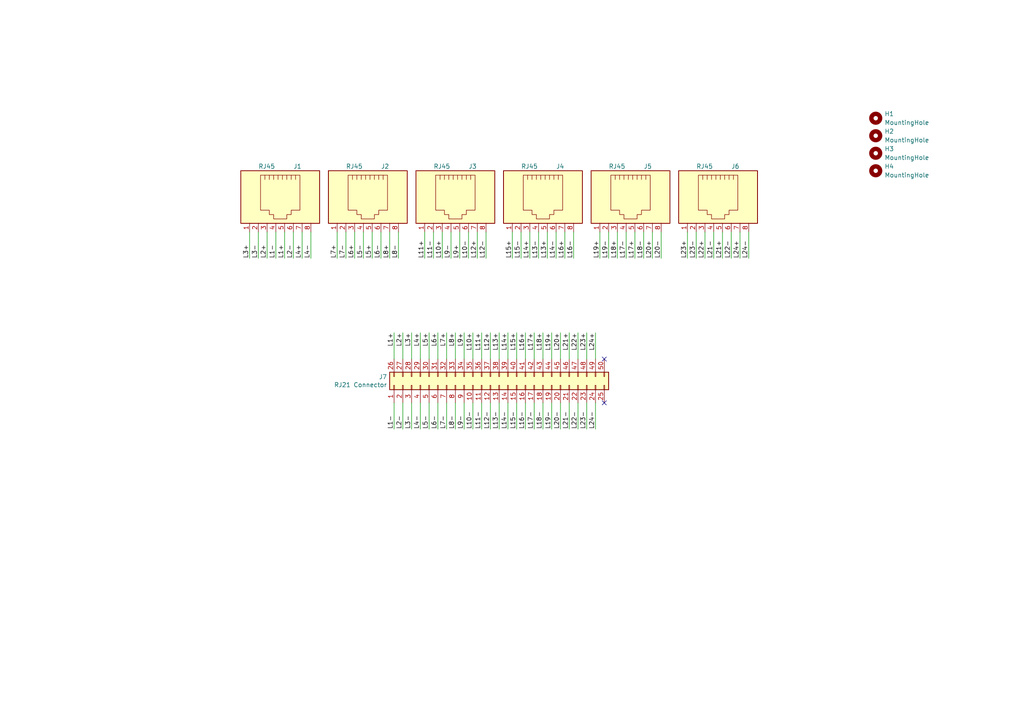
<source format=kicad_sch>
(kicad_sch
	(version 20231120)
	(generator "eeschema")
	(generator_version "8.0")
	(uuid "10253eb2-9528-40c5-b304-65b79cd95330")
	(paper "A4")
	(lib_symbols
		(symbol "Connector:RJ45"
			(pin_names
				(offset 1.016)
			)
			(exclude_from_sim no)
			(in_bom yes)
			(on_board yes)
			(property "Reference" "J"
				(at -5.08 13.97 0)
				(effects
					(font
						(size 1.27 1.27)
					)
					(justify right)
				)
			)
			(property "Value" "RJ45"
				(at 2.54 13.97 0)
				(effects
					(font
						(size 1.27 1.27)
					)
					(justify left)
				)
			)
			(property "Footprint" ""
				(at 0 0.635 90)
				(effects
					(font
						(size 1.27 1.27)
					)
					(hide yes)
				)
			)
			(property "Datasheet" "~"
				(at 0 0.635 90)
				(effects
					(font
						(size 1.27 1.27)
					)
					(hide yes)
				)
			)
			(property "Description" "RJ connector, 8P8C (8 positions 8 connected)"
				(at 0 0 0)
				(effects
					(font
						(size 1.27 1.27)
					)
					(hide yes)
				)
			)
			(property "ki_keywords" "8P8C RJ female connector"
				(at 0 0 0)
				(effects
					(font
						(size 1.27 1.27)
					)
					(hide yes)
				)
			)
			(property "ki_fp_filters" "8P8C* RJ31* RJ32* RJ33* RJ34* RJ35* RJ41* RJ45* RJ49* RJ61*"
				(at 0 0 0)
				(effects
					(font
						(size 1.27 1.27)
					)
					(hide yes)
				)
			)
			(symbol "RJ45_0_1"
				(polyline
					(pts
						(xy -5.08 4.445) (xy -6.35 4.445)
					)
					(stroke
						(width 0)
						(type default)
					)
					(fill
						(type none)
					)
				)
				(polyline
					(pts
						(xy -5.08 5.715) (xy -6.35 5.715)
					)
					(stroke
						(width 0)
						(type default)
					)
					(fill
						(type none)
					)
				)
				(polyline
					(pts
						(xy -6.35 -3.175) (xy -5.08 -3.175) (xy -5.08 -3.175)
					)
					(stroke
						(width 0)
						(type default)
					)
					(fill
						(type none)
					)
				)
				(polyline
					(pts
						(xy -6.35 -1.905) (xy -5.08 -1.905) (xy -5.08 -1.905)
					)
					(stroke
						(width 0)
						(type default)
					)
					(fill
						(type none)
					)
				)
				(polyline
					(pts
						(xy -6.35 -0.635) (xy -5.08 -0.635) (xy -5.08 -0.635)
					)
					(stroke
						(width 0)
						(type default)
					)
					(fill
						(type none)
					)
				)
				(polyline
					(pts
						(xy -6.35 0.635) (xy -5.08 0.635) (xy -5.08 0.635)
					)
					(stroke
						(width 0)
						(type default)
					)
					(fill
						(type none)
					)
				)
				(polyline
					(pts
						(xy -6.35 1.905) (xy -5.08 1.905) (xy -5.08 1.905)
					)
					(stroke
						(width 0)
						(type default)
					)
					(fill
						(type none)
					)
				)
				(polyline
					(pts
						(xy -5.08 3.175) (xy -6.35 3.175) (xy -6.35 3.175)
					)
					(stroke
						(width 0)
						(type default)
					)
					(fill
						(type none)
					)
				)
				(polyline
					(pts
						(xy -6.35 -4.445) (xy -6.35 6.985) (xy 3.81 6.985) (xy 3.81 4.445) (xy 5.08 4.445) (xy 5.08 3.175)
						(xy 6.35 3.175) (xy 6.35 -0.635) (xy 5.08 -0.635) (xy 5.08 -1.905) (xy 3.81 -1.905) (xy 3.81 -4.445)
						(xy -6.35 -4.445) (xy -6.35 -4.445)
					)
					(stroke
						(width 0)
						(type default)
					)
					(fill
						(type none)
					)
				)
				(rectangle
					(start 7.62 12.7)
					(end -7.62 -10.16)
					(stroke
						(width 0.254)
						(type default)
					)
					(fill
						(type background)
					)
				)
			)
			(symbol "RJ45_1_1"
				(pin passive line
					(at 10.16 -7.62 180)
					(length 2.54)
					(name "~"
						(effects
							(font
								(size 1.27 1.27)
							)
						)
					)
					(number "1"
						(effects
							(font
								(size 1.27 1.27)
							)
						)
					)
				)
				(pin passive line
					(at 10.16 -5.08 180)
					(length 2.54)
					(name "~"
						(effects
							(font
								(size 1.27 1.27)
							)
						)
					)
					(number "2"
						(effects
							(font
								(size 1.27 1.27)
							)
						)
					)
				)
				(pin passive line
					(at 10.16 -2.54 180)
					(length 2.54)
					(name "~"
						(effects
							(font
								(size 1.27 1.27)
							)
						)
					)
					(number "3"
						(effects
							(font
								(size 1.27 1.27)
							)
						)
					)
				)
				(pin passive line
					(at 10.16 0 180)
					(length 2.54)
					(name "~"
						(effects
							(font
								(size 1.27 1.27)
							)
						)
					)
					(number "4"
						(effects
							(font
								(size 1.27 1.27)
							)
						)
					)
				)
				(pin passive line
					(at 10.16 2.54 180)
					(length 2.54)
					(name "~"
						(effects
							(font
								(size 1.27 1.27)
							)
						)
					)
					(number "5"
						(effects
							(font
								(size 1.27 1.27)
							)
						)
					)
				)
				(pin passive line
					(at 10.16 5.08 180)
					(length 2.54)
					(name "~"
						(effects
							(font
								(size 1.27 1.27)
							)
						)
					)
					(number "6"
						(effects
							(font
								(size 1.27 1.27)
							)
						)
					)
				)
				(pin passive line
					(at 10.16 7.62 180)
					(length 2.54)
					(name "~"
						(effects
							(font
								(size 1.27 1.27)
							)
						)
					)
					(number "7"
						(effects
							(font
								(size 1.27 1.27)
							)
						)
					)
				)
				(pin passive line
					(at 10.16 10.16 180)
					(length 2.54)
					(name "~"
						(effects
							(font
								(size 1.27 1.27)
							)
						)
					)
					(number "8"
						(effects
							(font
								(size 1.27 1.27)
							)
						)
					)
				)
			)
		)
		(symbol "Connector_Generic:Conn_02x25_Top_Bottom"
			(pin_names
				(offset 1.016) hide)
			(exclude_from_sim no)
			(in_bom yes)
			(on_board yes)
			(property "Reference" "J"
				(at 1.27 33.02 0)
				(effects
					(font
						(size 1.27 1.27)
					)
				)
			)
			(property "Value" "Conn_02x25_Top_Bottom"
				(at 1.27 -33.02 0)
				(effects
					(font
						(size 1.27 1.27)
					)
				)
			)
			(property "Footprint" ""
				(at 0 0 0)
				(effects
					(font
						(size 1.27 1.27)
					)
					(hide yes)
				)
			)
			(property "Datasheet" "~"
				(at 0 0 0)
				(effects
					(font
						(size 1.27 1.27)
					)
					(hide yes)
				)
			)
			(property "Description" "Generic connector, double row, 02x25, top/bottom pin numbering scheme (row 1: 1...pins_per_row, row2: pins_per_row+1 ... num_pins), script generated (kicad-library-utils/schlib/autogen/connector/)"
				(at 0 0 0)
				(effects
					(font
						(size 1.27 1.27)
					)
					(hide yes)
				)
			)
			(property "ki_keywords" "connector"
				(at 0 0 0)
				(effects
					(font
						(size 1.27 1.27)
					)
					(hide yes)
				)
			)
			(property "ki_fp_filters" "Connector*:*_2x??_*"
				(at 0 0 0)
				(effects
					(font
						(size 1.27 1.27)
					)
					(hide yes)
				)
			)
			(symbol "Conn_02x25_Top_Bottom_1_1"
				(rectangle
					(start -1.27 -30.353)
					(end 0 -30.607)
					(stroke
						(width 0.1524)
						(type default)
					)
					(fill
						(type none)
					)
				)
				(rectangle
					(start -1.27 -27.813)
					(end 0 -28.067)
					(stroke
						(width 0.1524)
						(type default)
					)
					(fill
						(type none)
					)
				)
				(rectangle
					(start -1.27 -25.273)
					(end 0 -25.527)
					(stroke
						(width 0.1524)
						(type default)
					)
					(fill
						(type none)
					)
				)
				(rectangle
					(start -1.27 -22.733)
					(end 0 -22.987)
					(stroke
						(width 0.1524)
						(type default)
					)
					(fill
						(type none)
					)
				)
				(rectangle
					(start -1.27 -20.193)
					(end 0 -20.447)
					(stroke
						(width 0.1524)
						(type default)
					)
					(fill
						(type none)
					)
				)
				(rectangle
					(start -1.27 -17.653)
					(end 0 -17.907)
					(stroke
						(width 0.1524)
						(type default)
					)
					(fill
						(type none)
					)
				)
				(rectangle
					(start -1.27 -15.113)
					(end 0 -15.367)
					(stroke
						(width 0.1524)
						(type default)
					)
					(fill
						(type none)
					)
				)
				(rectangle
					(start -1.27 -12.573)
					(end 0 -12.827)
					(stroke
						(width 0.1524)
						(type default)
					)
					(fill
						(type none)
					)
				)
				(rectangle
					(start -1.27 -10.033)
					(end 0 -10.287)
					(stroke
						(width 0.1524)
						(type default)
					)
					(fill
						(type none)
					)
				)
				(rectangle
					(start -1.27 -7.493)
					(end 0 -7.747)
					(stroke
						(width 0.1524)
						(type default)
					)
					(fill
						(type none)
					)
				)
				(rectangle
					(start -1.27 -4.953)
					(end 0 -5.207)
					(stroke
						(width 0.1524)
						(type default)
					)
					(fill
						(type none)
					)
				)
				(rectangle
					(start -1.27 -2.413)
					(end 0 -2.667)
					(stroke
						(width 0.1524)
						(type default)
					)
					(fill
						(type none)
					)
				)
				(rectangle
					(start -1.27 0.127)
					(end 0 -0.127)
					(stroke
						(width 0.1524)
						(type default)
					)
					(fill
						(type none)
					)
				)
				(rectangle
					(start -1.27 2.667)
					(end 0 2.413)
					(stroke
						(width 0.1524)
						(type default)
					)
					(fill
						(type none)
					)
				)
				(rectangle
					(start -1.27 5.207)
					(end 0 4.953)
					(stroke
						(width 0.1524)
						(type default)
					)
					(fill
						(type none)
					)
				)
				(rectangle
					(start -1.27 7.747)
					(end 0 7.493)
					(stroke
						(width 0.1524)
						(type default)
					)
					(fill
						(type none)
					)
				)
				(rectangle
					(start -1.27 10.287)
					(end 0 10.033)
					(stroke
						(width 0.1524)
						(type default)
					)
					(fill
						(type none)
					)
				)
				(rectangle
					(start -1.27 12.827)
					(end 0 12.573)
					(stroke
						(width 0.1524)
						(type default)
					)
					(fill
						(type none)
					)
				)
				(rectangle
					(start -1.27 15.367)
					(end 0 15.113)
					(stroke
						(width 0.1524)
						(type default)
					)
					(fill
						(type none)
					)
				)
				(rectangle
					(start -1.27 17.907)
					(end 0 17.653)
					(stroke
						(width 0.1524)
						(type default)
					)
					(fill
						(type none)
					)
				)
				(rectangle
					(start -1.27 20.447)
					(end 0 20.193)
					(stroke
						(width 0.1524)
						(type default)
					)
					(fill
						(type none)
					)
				)
				(rectangle
					(start -1.27 22.987)
					(end 0 22.733)
					(stroke
						(width 0.1524)
						(type default)
					)
					(fill
						(type none)
					)
				)
				(rectangle
					(start -1.27 25.527)
					(end 0 25.273)
					(stroke
						(width 0.1524)
						(type default)
					)
					(fill
						(type none)
					)
				)
				(rectangle
					(start -1.27 28.067)
					(end 0 27.813)
					(stroke
						(width 0.1524)
						(type default)
					)
					(fill
						(type none)
					)
				)
				(rectangle
					(start -1.27 30.607)
					(end 0 30.353)
					(stroke
						(width 0.1524)
						(type default)
					)
					(fill
						(type none)
					)
				)
				(rectangle
					(start -1.27 31.75)
					(end 3.81 -31.75)
					(stroke
						(width 0.254)
						(type default)
					)
					(fill
						(type background)
					)
				)
				(rectangle
					(start 3.81 -30.353)
					(end 2.54 -30.607)
					(stroke
						(width 0.1524)
						(type default)
					)
					(fill
						(type none)
					)
				)
				(rectangle
					(start 3.81 -27.813)
					(end 2.54 -28.067)
					(stroke
						(width 0.1524)
						(type default)
					)
					(fill
						(type none)
					)
				)
				(rectangle
					(start 3.81 -25.273)
					(end 2.54 -25.527)
					(stroke
						(width 0.1524)
						(type default)
					)
					(fill
						(type none)
					)
				)
				(rectangle
					(start 3.81 -22.733)
					(end 2.54 -22.987)
					(stroke
						(width 0.1524)
						(type default)
					)
					(fill
						(type none)
					)
				)
				(rectangle
					(start 3.81 -20.193)
					(end 2.54 -20.447)
					(stroke
						(width 0.1524)
						(type default)
					)
					(fill
						(type none)
					)
				)
				(rectangle
					(start 3.81 -17.653)
					(end 2.54 -17.907)
					(stroke
						(width 0.1524)
						(type default)
					)
					(fill
						(type none)
					)
				)
				(rectangle
					(start 3.81 -15.113)
					(end 2.54 -15.367)
					(stroke
						(width 0.1524)
						(type default)
					)
					(fill
						(type none)
					)
				)
				(rectangle
					(start 3.81 -12.573)
					(end 2.54 -12.827)
					(stroke
						(width 0.1524)
						(type default)
					)
					(fill
						(type none)
					)
				)
				(rectangle
					(start 3.81 -10.033)
					(end 2.54 -10.287)
					(stroke
						(width 0.1524)
						(type default)
					)
					(fill
						(type none)
					)
				)
				(rectangle
					(start 3.81 -7.493)
					(end 2.54 -7.747)
					(stroke
						(width 0.1524)
						(type default)
					)
					(fill
						(type none)
					)
				)
				(rectangle
					(start 3.81 -4.953)
					(end 2.54 -5.207)
					(stroke
						(width 0.1524)
						(type default)
					)
					(fill
						(type none)
					)
				)
				(rectangle
					(start 3.81 -2.413)
					(end 2.54 -2.667)
					(stroke
						(width 0.1524)
						(type default)
					)
					(fill
						(type none)
					)
				)
				(rectangle
					(start 3.81 0.127)
					(end 2.54 -0.127)
					(stroke
						(width 0.1524)
						(type default)
					)
					(fill
						(type none)
					)
				)
				(rectangle
					(start 3.81 2.667)
					(end 2.54 2.413)
					(stroke
						(width 0.1524)
						(type default)
					)
					(fill
						(type none)
					)
				)
				(rectangle
					(start 3.81 5.207)
					(end 2.54 4.953)
					(stroke
						(width 0.1524)
						(type default)
					)
					(fill
						(type none)
					)
				)
				(rectangle
					(start 3.81 7.747)
					(end 2.54 7.493)
					(stroke
						(width 0.1524)
						(type default)
					)
					(fill
						(type none)
					)
				)
				(rectangle
					(start 3.81 10.287)
					(end 2.54 10.033)
					(stroke
						(width 0.1524)
						(type default)
					)
					(fill
						(type none)
					)
				)
				(rectangle
					(start 3.81 12.827)
					(end 2.54 12.573)
					(stroke
						(width 0.1524)
						(type default)
					)
					(fill
						(type none)
					)
				)
				(rectangle
					(start 3.81 15.367)
					(end 2.54 15.113)
					(stroke
						(width 0.1524)
						(type default)
					)
					(fill
						(type none)
					)
				)
				(rectangle
					(start 3.81 17.907)
					(end 2.54 17.653)
					(stroke
						(width 0.1524)
						(type default)
					)
					(fill
						(type none)
					)
				)
				(rectangle
					(start 3.81 20.447)
					(end 2.54 20.193)
					(stroke
						(width 0.1524)
						(type default)
					)
					(fill
						(type none)
					)
				)
				(rectangle
					(start 3.81 22.987)
					(end 2.54 22.733)
					(stroke
						(width 0.1524)
						(type default)
					)
					(fill
						(type none)
					)
				)
				(rectangle
					(start 3.81 25.527)
					(end 2.54 25.273)
					(stroke
						(width 0.1524)
						(type default)
					)
					(fill
						(type none)
					)
				)
				(rectangle
					(start 3.81 28.067)
					(end 2.54 27.813)
					(stroke
						(width 0.1524)
						(type default)
					)
					(fill
						(type none)
					)
				)
				(rectangle
					(start 3.81 30.607)
					(end 2.54 30.353)
					(stroke
						(width 0.1524)
						(type default)
					)
					(fill
						(type none)
					)
				)
				(pin passive line
					(at -5.08 30.48 0)
					(length 3.81)
					(name "Pin_1"
						(effects
							(font
								(size 1.27 1.27)
							)
						)
					)
					(number "1"
						(effects
							(font
								(size 1.27 1.27)
							)
						)
					)
				)
				(pin passive line
					(at -5.08 7.62 0)
					(length 3.81)
					(name "Pin_10"
						(effects
							(font
								(size 1.27 1.27)
							)
						)
					)
					(number "10"
						(effects
							(font
								(size 1.27 1.27)
							)
						)
					)
				)
				(pin passive line
					(at -5.08 5.08 0)
					(length 3.81)
					(name "Pin_11"
						(effects
							(font
								(size 1.27 1.27)
							)
						)
					)
					(number "11"
						(effects
							(font
								(size 1.27 1.27)
							)
						)
					)
				)
				(pin passive line
					(at -5.08 2.54 0)
					(length 3.81)
					(name "Pin_12"
						(effects
							(font
								(size 1.27 1.27)
							)
						)
					)
					(number "12"
						(effects
							(font
								(size 1.27 1.27)
							)
						)
					)
				)
				(pin passive line
					(at -5.08 0 0)
					(length 3.81)
					(name "Pin_13"
						(effects
							(font
								(size 1.27 1.27)
							)
						)
					)
					(number "13"
						(effects
							(font
								(size 1.27 1.27)
							)
						)
					)
				)
				(pin passive line
					(at -5.08 -2.54 0)
					(length 3.81)
					(name "Pin_14"
						(effects
							(font
								(size 1.27 1.27)
							)
						)
					)
					(number "14"
						(effects
							(font
								(size 1.27 1.27)
							)
						)
					)
				)
				(pin passive line
					(at -5.08 -5.08 0)
					(length 3.81)
					(name "Pin_15"
						(effects
							(font
								(size 1.27 1.27)
							)
						)
					)
					(number "15"
						(effects
							(font
								(size 1.27 1.27)
							)
						)
					)
				)
				(pin passive line
					(at -5.08 -7.62 0)
					(length 3.81)
					(name "Pin_16"
						(effects
							(font
								(size 1.27 1.27)
							)
						)
					)
					(number "16"
						(effects
							(font
								(size 1.27 1.27)
							)
						)
					)
				)
				(pin passive line
					(at -5.08 -10.16 0)
					(length 3.81)
					(name "Pin_17"
						(effects
							(font
								(size 1.27 1.27)
							)
						)
					)
					(number "17"
						(effects
							(font
								(size 1.27 1.27)
							)
						)
					)
				)
				(pin passive line
					(at -5.08 -12.7 0)
					(length 3.81)
					(name "Pin_18"
						(effects
							(font
								(size 1.27 1.27)
							)
						)
					)
					(number "18"
						(effects
							(font
								(size 1.27 1.27)
							)
						)
					)
				)
				(pin passive line
					(at -5.08 -15.24 0)
					(length 3.81)
					(name "Pin_19"
						(effects
							(font
								(size 1.27 1.27)
							)
						)
					)
					(number "19"
						(effects
							(font
								(size 1.27 1.27)
							)
						)
					)
				)
				(pin passive line
					(at -5.08 27.94 0)
					(length 3.81)
					(name "Pin_2"
						(effects
							(font
								(size 1.27 1.27)
							)
						)
					)
					(number "2"
						(effects
							(font
								(size 1.27 1.27)
							)
						)
					)
				)
				(pin passive line
					(at -5.08 -17.78 0)
					(length 3.81)
					(name "Pin_20"
						(effects
							(font
								(size 1.27 1.27)
							)
						)
					)
					(number "20"
						(effects
							(font
								(size 1.27 1.27)
							)
						)
					)
				)
				(pin passive line
					(at -5.08 -20.32 0)
					(length 3.81)
					(name "Pin_21"
						(effects
							(font
								(size 1.27 1.27)
							)
						)
					)
					(number "21"
						(effects
							(font
								(size 1.27 1.27)
							)
						)
					)
				)
				(pin passive line
					(at -5.08 -22.86 0)
					(length 3.81)
					(name "Pin_22"
						(effects
							(font
								(size 1.27 1.27)
							)
						)
					)
					(number "22"
						(effects
							(font
								(size 1.27 1.27)
							)
						)
					)
				)
				(pin passive line
					(at -5.08 -25.4 0)
					(length 3.81)
					(name "Pin_23"
						(effects
							(font
								(size 1.27 1.27)
							)
						)
					)
					(number "23"
						(effects
							(font
								(size 1.27 1.27)
							)
						)
					)
				)
				(pin passive line
					(at -5.08 -27.94 0)
					(length 3.81)
					(name "Pin_24"
						(effects
							(font
								(size 1.27 1.27)
							)
						)
					)
					(number "24"
						(effects
							(font
								(size 1.27 1.27)
							)
						)
					)
				)
				(pin passive line
					(at -5.08 -30.48 0)
					(length 3.81)
					(name "Pin_25"
						(effects
							(font
								(size 1.27 1.27)
							)
						)
					)
					(number "25"
						(effects
							(font
								(size 1.27 1.27)
							)
						)
					)
				)
				(pin passive line
					(at 7.62 30.48 180)
					(length 3.81)
					(name "Pin_26"
						(effects
							(font
								(size 1.27 1.27)
							)
						)
					)
					(number "26"
						(effects
							(font
								(size 1.27 1.27)
							)
						)
					)
				)
				(pin passive line
					(at 7.62 27.94 180)
					(length 3.81)
					(name "Pin_27"
						(effects
							(font
								(size 1.27 1.27)
							)
						)
					)
					(number "27"
						(effects
							(font
								(size 1.27 1.27)
							)
						)
					)
				)
				(pin passive line
					(at 7.62 25.4 180)
					(length 3.81)
					(name "Pin_28"
						(effects
							(font
								(size 1.27 1.27)
							)
						)
					)
					(number "28"
						(effects
							(font
								(size 1.27 1.27)
							)
						)
					)
				)
				(pin passive line
					(at 7.62 22.86 180)
					(length 3.81)
					(name "Pin_29"
						(effects
							(font
								(size 1.27 1.27)
							)
						)
					)
					(number "29"
						(effects
							(font
								(size 1.27 1.27)
							)
						)
					)
				)
				(pin passive line
					(at -5.08 25.4 0)
					(length 3.81)
					(name "Pin_3"
						(effects
							(font
								(size 1.27 1.27)
							)
						)
					)
					(number "3"
						(effects
							(font
								(size 1.27 1.27)
							)
						)
					)
				)
				(pin passive line
					(at 7.62 20.32 180)
					(length 3.81)
					(name "Pin_30"
						(effects
							(font
								(size 1.27 1.27)
							)
						)
					)
					(number "30"
						(effects
							(font
								(size 1.27 1.27)
							)
						)
					)
				)
				(pin passive line
					(at 7.62 17.78 180)
					(length 3.81)
					(name "Pin_31"
						(effects
							(font
								(size 1.27 1.27)
							)
						)
					)
					(number "31"
						(effects
							(font
								(size 1.27 1.27)
							)
						)
					)
				)
				(pin passive line
					(at 7.62 15.24 180)
					(length 3.81)
					(name "Pin_32"
						(effects
							(font
								(size 1.27 1.27)
							)
						)
					)
					(number "32"
						(effects
							(font
								(size 1.27 1.27)
							)
						)
					)
				)
				(pin passive line
					(at 7.62 12.7 180)
					(length 3.81)
					(name "Pin_33"
						(effects
							(font
								(size 1.27 1.27)
							)
						)
					)
					(number "33"
						(effects
							(font
								(size 1.27 1.27)
							)
						)
					)
				)
				(pin passive line
					(at 7.62 10.16 180)
					(length 3.81)
					(name "Pin_34"
						(effects
							(font
								(size 1.27 1.27)
							)
						)
					)
					(number "34"
						(effects
							(font
								(size 1.27 1.27)
							)
						)
					)
				)
				(pin passive line
					(at 7.62 7.62 180)
					(length 3.81)
					(name "Pin_35"
						(effects
							(font
								(size 1.27 1.27)
							)
						)
					)
					(number "35"
						(effects
							(font
								(size 1.27 1.27)
							)
						)
					)
				)
				(pin passive line
					(at 7.62 5.08 180)
					(length 3.81)
					(name "Pin_36"
						(effects
							(font
								(size 1.27 1.27)
							)
						)
					)
					(number "36"
						(effects
							(font
								(size 1.27 1.27)
							)
						)
					)
				)
				(pin passive line
					(at 7.62 2.54 180)
					(length 3.81)
					(name "Pin_37"
						(effects
							(font
								(size 1.27 1.27)
							)
						)
					)
					(number "37"
						(effects
							(font
								(size 1.27 1.27)
							)
						)
					)
				)
				(pin passive line
					(at 7.62 0 180)
					(length 3.81)
					(name "Pin_38"
						(effects
							(font
								(size 1.27 1.27)
							)
						)
					)
					(number "38"
						(effects
							(font
								(size 1.27 1.27)
							)
						)
					)
				)
				(pin passive line
					(at 7.62 -2.54 180)
					(length 3.81)
					(name "Pin_39"
						(effects
							(font
								(size 1.27 1.27)
							)
						)
					)
					(number "39"
						(effects
							(font
								(size 1.27 1.27)
							)
						)
					)
				)
				(pin passive line
					(at -5.08 22.86 0)
					(length 3.81)
					(name "Pin_4"
						(effects
							(font
								(size 1.27 1.27)
							)
						)
					)
					(number "4"
						(effects
							(font
								(size 1.27 1.27)
							)
						)
					)
				)
				(pin passive line
					(at 7.62 -5.08 180)
					(length 3.81)
					(name "Pin_40"
						(effects
							(font
								(size 1.27 1.27)
							)
						)
					)
					(number "40"
						(effects
							(font
								(size 1.27 1.27)
							)
						)
					)
				)
				(pin passive line
					(at 7.62 -7.62 180)
					(length 3.81)
					(name "Pin_41"
						(effects
							(font
								(size 1.27 1.27)
							)
						)
					)
					(number "41"
						(effects
							(font
								(size 1.27 1.27)
							)
						)
					)
				)
				(pin passive line
					(at 7.62 -10.16 180)
					(length 3.81)
					(name "Pin_42"
						(effects
							(font
								(size 1.27 1.27)
							)
						)
					)
					(number "42"
						(effects
							(font
								(size 1.27 1.27)
							)
						)
					)
				)
				(pin passive line
					(at 7.62 -12.7 180)
					(length 3.81)
					(name "Pin_43"
						(effects
							(font
								(size 1.27 1.27)
							)
						)
					)
					(number "43"
						(effects
							(font
								(size 1.27 1.27)
							)
						)
					)
				)
				(pin passive line
					(at 7.62 -15.24 180)
					(length 3.81)
					(name "Pin_44"
						(effects
							(font
								(size 1.27 1.27)
							)
						)
					)
					(number "44"
						(effects
							(font
								(size 1.27 1.27)
							)
						)
					)
				)
				(pin passive line
					(at 7.62 -17.78 180)
					(length 3.81)
					(name "Pin_45"
						(effects
							(font
								(size 1.27 1.27)
							)
						)
					)
					(number "45"
						(effects
							(font
								(size 1.27 1.27)
							)
						)
					)
				)
				(pin passive line
					(at 7.62 -20.32 180)
					(length 3.81)
					(name "Pin_46"
						(effects
							(font
								(size 1.27 1.27)
							)
						)
					)
					(number "46"
						(effects
							(font
								(size 1.27 1.27)
							)
						)
					)
				)
				(pin passive line
					(at 7.62 -22.86 180)
					(length 3.81)
					(name "Pin_47"
						(effects
							(font
								(size 1.27 1.27)
							)
						)
					)
					(number "47"
						(effects
							(font
								(size 1.27 1.27)
							)
						)
					)
				)
				(pin passive line
					(at 7.62 -25.4 180)
					(length 3.81)
					(name "Pin_48"
						(effects
							(font
								(size 1.27 1.27)
							)
						)
					)
					(number "48"
						(effects
							(font
								(size 1.27 1.27)
							)
						)
					)
				)
				(pin passive line
					(at 7.62 -27.94 180)
					(length 3.81)
					(name "Pin_49"
						(effects
							(font
								(size 1.27 1.27)
							)
						)
					)
					(number "49"
						(effects
							(font
								(size 1.27 1.27)
							)
						)
					)
				)
				(pin passive line
					(at -5.08 20.32 0)
					(length 3.81)
					(name "Pin_5"
						(effects
							(font
								(size 1.27 1.27)
							)
						)
					)
					(number "5"
						(effects
							(font
								(size 1.27 1.27)
							)
						)
					)
				)
				(pin passive line
					(at 7.62 -30.48 180)
					(length 3.81)
					(name "Pin_50"
						(effects
							(font
								(size 1.27 1.27)
							)
						)
					)
					(number "50"
						(effects
							(font
								(size 1.27 1.27)
							)
						)
					)
				)
				(pin passive line
					(at -5.08 17.78 0)
					(length 3.81)
					(name "Pin_6"
						(effects
							(font
								(size 1.27 1.27)
							)
						)
					)
					(number "6"
						(effects
							(font
								(size 1.27 1.27)
							)
						)
					)
				)
				(pin passive line
					(at -5.08 15.24 0)
					(length 3.81)
					(name "Pin_7"
						(effects
							(font
								(size 1.27 1.27)
							)
						)
					)
					(number "7"
						(effects
							(font
								(size 1.27 1.27)
							)
						)
					)
				)
				(pin passive line
					(at -5.08 12.7 0)
					(length 3.81)
					(name "Pin_8"
						(effects
							(font
								(size 1.27 1.27)
							)
						)
					)
					(number "8"
						(effects
							(font
								(size 1.27 1.27)
							)
						)
					)
				)
				(pin passive line
					(at -5.08 10.16 0)
					(length 3.81)
					(name "Pin_9"
						(effects
							(font
								(size 1.27 1.27)
							)
						)
					)
					(number "9"
						(effects
							(font
								(size 1.27 1.27)
							)
						)
					)
				)
			)
		)
		(symbol "Mechanical:MountingHole"
			(pin_names
				(offset 1.016)
			)
			(exclude_from_sim yes)
			(in_bom no)
			(on_board yes)
			(property "Reference" "H"
				(at 0 5.08 0)
				(effects
					(font
						(size 1.27 1.27)
					)
				)
			)
			(property "Value" "MountingHole"
				(at 0 3.175 0)
				(effects
					(font
						(size 1.27 1.27)
					)
				)
			)
			(property "Footprint" ""
				(at 0 0 0)
				(effects
					(font
						(size 1.27 1.27)
					)
					(hide yes)
				)
			)
			(property "Datasheet" "~"
				(at 0 0 0)
				(effects
					(font
						(size 1.27 1.27)
					)
					(hide yes)
				)
			)
			(property "Description" "Mounting Hole without connection"
				(at 0 0 0)
				(effects
					(font
						(size 1.27 1.27)
					)
					(hide yes)
				)
			)
			(property "ki_keywords" "mounting hole"
				(at 0 0 0)
				(effects
					(font
						(size 1.27 1.27)
					)
					(hide yes)
				)
			)
			(property "ki_fp_filters" "MountingHole*"
				(at 0 0 0)
				(effects
					(font
						(size 1.27 1.27)
					)
					(hide yes)
				)
			)
			(symbol "MountingHole_0_1"
				(circle
					(center 0 0)
					(radius 1.27)
					(stroke
						(width 1.27)
						(type default)
					)
					(fill
						(type none)
					)
				)
			)
		)
	)
	(no_connect
		(at 175.26 116.84)
		(uuid "5edd6755-bbba-4900-99df-f01f03962d22")
	)
	(no_connect
		(at 175.26 104.14)
		(uuid "9c4db2ef-556b-4513-9310-1140b6cf5a96")
	)
	(wire
		(pts
			(xy 157.48 116.84) (xy 157.48 124.46)
		)
		(stroke
			(width 0)
			(type default)
		)
		(uuid "0592de49-5c28-423c-a6fd-22a1654974e8")
	)
	(wire
		(pts
			(xy 90.17 67.31) (xy 90.17 74.93)
		)
		(stroke
			(width 0)
			(type default)
		)
		(uuid "065a4d9e-3ddd-45e5-a58c-20c6c4aad33c")
	)
	(wire
		(pts
			(xy 121.92 104.14) (xy 121.92 96.52)
		)
		(stroke
			(width 0)
			(type default)
		)
		(uuid "097b38ca-a772-4ec6-b435-7e6e3868d436")
	)
	(wire
		(pts
			(xy 153.67 67.31) (xy 153.67 74.93)
		)
		(stroke
			(width 0)
			(type default)
		)
		(uuid "0c0a88d9-0699-40c0-bf27-aa5f36094a98")
	)
	(wire
		(pts
			(xy 148.59 67.31) (xy 148.59 74.93)
		)
		(stroke
			(width 0)
			(type default)
		)
		(uuid "0efd63b6-3700-4462-ade4-e9ef0608c3a1")
	)
	(wire
		(pts
			(xy 82.55 67.31) (xy 82.55 74.93)
		)
		(stroke
			(width 0)
			(type default)
		)
		(uuid "1626dbe7-8f74-4707-be99-4bda346c0e93")
	)
	(wire
		(pts
			(xy 156.21 67.31) (xy 156.21 74.93)
		)
		(stroke
			(width 0)
			(type default)
		)
		(uuid "181b0623-1cc2-47ad-a607-3312428b7551")
	)
	(wire
		(pts
			(xy 127 116.84) (xy 127 124.46)
		)
		(stroke
			(width 0)
			(type default)
		)
		(uuid "18acbcef-fb3e-4889-8a0c-a345f2332a31")
	)
	(wire
		(pts
			(xy 172.72 116.84) (xy 172.72 124.46)
		)
		(stroke
			(width 0)
			(type default)
		)
		(uuid "1d020958-5985-40b3-8567-b43226565fa1")
	)
	(wire
		(pts
			(xy 129.54 116.84) (xy 129.54 124.46)
		)
		(stroke
			(width 0)
			(type default)
		)
		(uuid "25a4d340-603e-4912-9bb8-a7c0814002fe")
	)
	(wire
		(pts
			(xy 127 104.14) (xy 127 96.52)
		)
		(stroke
			(width 0)
			(type default)
		)
		(uuid "2b3c3389-caf1-45c5-a943-20856f384aa3")
	)
	(wire
		(pts
			(xy 179.07 67.31) (xy 179.07 74.93)
		)
		(stroke
			(width 0)
			(type default)
		)
		(uuid "30499c84-5f81-4e4f-8a83-ad2be99afe84")
	)
	(wire
		(pts
			(xy 124.46 104.14) (xy 124.46 96.52)
		)
		(stroke
			(width 0)
			(type default)
		)
		(uuid "31fe125a-e89a-49bf-a560-08726b2af764")
	)
	(wire
		(pts
			(xy 209.55 67.31) (xy 209.55 74.93)
		)
		(stroke
			(width 0)
			(type default)
		)
		(uuid "354798a5-f080-4f08-8caf-86584ab77458")
	)
	(wire
		(pts
			(xy 132.08 104.14) (xy 132.08 96.52)
		)
		(stroke
			(width 0)
			(type default)
		)
		(uuid "39ac4fce-53eb-4330-8dc9-6ab5156e6b81")
	)
	(wire
		(pts
			(xy 186.69 67.31) (xy 186.69 74.93)
		)
		(stroke
			(width 0)
			(type default)
		)
		(uuid "3efc6509-029f-42dd-a7b7-99e2dcfb1d4b")
	)
	(wire
		(pts
			(xy 154.94 104.14) (xy 154.94 96.52)
		)
		(stroke
			(width 0)
			(type default)
		)
		(uuid "4228f734-7418-42fd-b649-e199acc592e9")
	)
	(wire
		(pts
			(xy 132.08 116.84) (xy 132.08 124.46)
		)
		(stroke
			(width 0)
			(type default)
		)
		(uuid "4815fe26-d64b-4443-9d76-db2f5fb31016")
	)
	(wire
		(pts
			(xy 167.64 116.84) (xy 167.64 124.46)
		)
		(stroke
			(width 0)
			(type default)
		)
		(uuid "49a907d2-2faa-4b0c-9b5f-8a1bd93274fa")
	)
	(wire
		(pts
			(xy 214.63 67.31) (xy 214.63 74.93)
		)
		(stroke
			(width 0)
			(type default)
		)
		(uuid "4b62290d-014a-4d86-9421-615caf50cbd6")
	)
	(wire
		(pts
			(xy 165.1 116.84) (xy 165.1 124.46)
		)
		(stroke
			(width 0)
			(type default)
		)
		(uuid "50b35c31-f2a0-4634-889f-2bc78ffe47ba")
	)
	(wire
		(pts
			(xy 204.47 67.31) (xy 204.47 74.93)
		)
		(stroke
			(width 0)
			(type default)
		)
		(uuid "548a915e-8153-4cce-ab4c-5c2bb4340d61")
	)
	(wire
		(pts
			(xy 189.23 67.31) (xy 189.23 74.93)
		)
		(stroke
			(width 0)
			(type default)
		)
		(uuid "5668291c-e61a-4186-98de-d62e4b1920cb")
	)
	(wire
		(pts
			(xy 113.03 67.31) (xy 113.03 74.93)
		)
		(stroke
			(width 0)
			(type default)
		)
		(uuid "56ffee51-8758-44dc-9292-7b1620e55a59")
	)
	(wire
		(pts
			(xy 184.15 67.31) (xy 184.15 74.93)
		)
		(stroke
			(width 0)
			(type default)
		)
		(uuid "587df479-b96f-495c-b7bb-c77e1a86721b")
	)
	(wire
		(pts
			(xy 119.38 104.14) (xy 119.38 96.52)
		)
		(stroke
			(width 0)
			(type default)
		)
		(uuid "5a662014-7b9c-4c4c-9dd8-5b352b3f77b2")
	)
	(wire
		(pts
			(xy 74.93 67.31) (xy 74.93 74.93)
		)
		(stroke
			(width 0)
			(type default)
		)
		(uuid "5c08bcdd-ae2b-4a2f-812d-3cc492b0b827")
	)
	(wire
		(pts
			(xy 151.13 67.31) (xy 151.13 74.93)
		)
		(stroke
			(width 0)
			(type default)
		)
		(uuid "5de54c0d-947a-4b3a-ab21-cf1d9deecc5a")
	)
	(wire
		(pts
			(xy 147.32 116.84) (xy 147.32 124.46)
		)
		(stroke
			(width 0)
			(type default)
		)
		(uuid "5e5e510e-e51e-4920-81bf-567902accbde")
	)
	(wire
		(pts
			(xy 144.78 116.84) (xy 144.78 124.46)
		)
		(stroke
			(width 0)
			(type default)
		)
		(uuid "629b6add-c711-4ab1-8d7c-912d1c38785f")
	)
	(wire
		(pts
			(xy 170.18 104.14) (xy 170.18 96.52)
		)
		(stroke
			(width 0)
			(type default)
		)
		(uuid "655ef40b-5a18-4b00-b6b3-6b6ba325d95d")
	)
	(wire
		(pts
			(xy 157.48 104.14) (xy 157.48 96.52)
		)
		(stroke
			(width 0)
			(type default)
		)
		(uuid "65c4b97a-ff00-47f6-82c9-9e30542a9556")
	)
	(wire
		(pts
			(xy 100.33 67.31) (xy 100.33 74.93)
		)
		(stroke
			(width 0)
			(type default)
		)
		(uuid "68d0105a-ea60-4a93-8035-c5771fe77c4b")
	)
	(wire
		(pts
			(xy 199.39 67.31) (xy 199.39 74.93)
		)
		(stroke
			(width 0)
			(type default)
		)
		(uuid "6a43403d-f479-40b1-97d1-8af422eca095")
	)
	(wire
		(pts
			(xy 87.63 67.31) (xy 87.63 74.93)
		)
		(stroke
			(width 0)
			(type default)
		)
		(uuid "6c349bd3-2434-44d5-96a4-314c7cb55a58")
	)
	(wire
		(pts
			(xy 139.7 104.14) (xy 139.7 96.52)
		)
		(stroke
			(width 0)
			(type default)
		)
		(uuid "6f332793-a510-4af9-af9f-7c036329eafb")
	)
	(wire
		(pts
			(xy 85.09 67.31) (xy 85.09 74.93)
		)
		(stroke
			(width 0)
			(type default)
		)
		(uuid "70029a46-3304-451c-921c-da92e39401c7")
	)
	(wire
		(pts
			(xy 137.16 116.84) (xy 137.16 124.46)
		)
		(stroke
			(width 0)
			(type default)
		)
		(uuid "70223096-1987-46d7-b3f0-936061594481")
	)
	(wire
		(pts
			(xy 167.64 104.14) (xy 167.64 96.52)
		)
		(stroke
			(width 0)
			(type default)
		)
		(uuid "72bac667-37f2-44a2-a08e-3f751da03d60")
	)
	(wire
		(pts
			(xy 140.97 67.31) (xy 140.97 74.93)
		)
		(stroke
			(width 0)
			(type default)
		)
		(uuid "77bc3425-e298-4950-a4a8-d4fee62a6473")
	)
	(wire
		(pts
			(xy 152.4 104.14) (xy 152.4 96.52)
		)
		(stroke
			(width 0)
			(type default)
		)
		(uuid "77cdcab4-aea2-4695-8a4e-b81c370e1ff5")
	)
	(wire
		(pts
			(xy 130.81 67.31) (xy 130.81 74.93)
		)
		(stroke
			(width 0)
			(type default)
		)
		(uuid "790ded7c-f04b-4fb0-a4b1-0a747080533a")
	)
	(wire
		(pts
			(xy 160.02 116.84) (xy 160.02 124.46)
		)
		(stroke
			(width 0)
			(type default)
		)
		(uuid "7a96d0c1-e909-4504-ba3f-c6d290338bd9")
	)
	(wire
		(pts
			(xy 162.56 116.84) (xy 162.56 124.46)
		)
		(stroke
			(width 0)
			(type default)
		)
		(uuid "8341139d-ba3e-40b3-9b9d-b9a55acfec04")
	)
	(wire
		(pts
			(xy 163.83 67.31) (xy 163.83 74.93)
		)
		(stroke
			(width 0)
			(type default)
		)
		(uuid "8701139f-6eb9-4b1f-a3f2-ce8f274f2cbf")
	)
	(wire
		(pts
			(xy 102.87 67.31) (xy 102.87 74.93)
		)
		(stroke
			(width 0)
			(type default)
		)
		(uuid "8a545354-0492-4e7c-8d58-f10d581f595c")
	)
	(wire
		(pts
			(xy 119.38 116.84) (xy 119.38 124.46)
		)
		(stroke
			(width 0)
			(type default)
		)
		(uuid "8ade6b80-a996-4648-9616-de92973c5559")
	)
	(wire
		(pts
			(xy 142.24 104.14) (xy 142.24 96.52)
		)
		(stroke
			(width 0)
			(type default)
		)
		(uuid "8f3af7b3-3fe0-476e-ac19-0c02ef7355e2")
	)
	(wire
		(pts
			(xy 154.94 116.84) (xy 154.94 124.46)
		)
		(stroke
			(width 0)
			(type default)
		)
		(uuid "8f7adb63-42d9-4bec-8ba0-337b72c842d1")
	)
	(wire
		(pts
			(xy 123.19 67.31) (xy 123.19 74.93)
		)
		(stroke
			(width 0)
			(type default)
		)
		(uuid "90ae3bd6-6374-4535-9775-0b125c671edd")
	)
	(wire
		(pts
			(xy 114.3 116.84) (xy 114.3 124.46)
		)
		(stroke
			(width 0)
			(type default)
		)
		(uuid "926b0392-42e2-49ae-9c67-16b0daa1e594")
	)
	(wire
		(pts
			(xy 124.46 116.84) (xy 124.46 124.46)
		)
		(stroke
			(width 0)
			(type default)
		)
		(uuid "94bd3c53-a499-4077-a884-26c2094788c6")
	)
	(wire
		(pts
			(xy 110.49 67.31) (xy 110.49 74.93)
		)
		(stroke
			(width 0)
			(type default)
		)
		(uuid "9a491dde-a6dc-4d6b-8fc2-230e79af53c1")
	)
	(wire
		(pts
			(xy 212.09 67.31) (xy 212.09 74.93)
		)
		(stroke
			(width 0)
			(type default)
		)
		(uuid "9d4c88b8-ce8e-4fcc-9b0b-1c3f1c5bc84b")
	)
	(wire
		(pts
			(xy 144.78 104.14) (xy 144.78 96.52)
		)
		(stroke
			(width 0)
			(type default)
		)
		(uuid "a1081c9a-5847-45d0-adb7-037cf8575cc1")
	)
	(wire
		(pts
			(xy 105.41 67.31) (xy 105.41 74.93)
		)
		(stroke
			(width 0)
			(type default)
		)
		(uuid "abed4af5-00be-45db-9cda-986dd12bc3db")
	)
	(wire
		(pts
			(xy 162.56 104.14) (xy 162.56 96.52)
		)
		(stroke
			(width 0)
			(type default)
		)
		(uuid "ac4b1fd6-318e-493d-9ae4-69e2d4c10faa")
	)
	(wire
		(pts
			(xy 170.18 116.84) (xy 170.18 124.46)
		)
		(stroke
			(width 0)
			(type default)
		)
		(uuid "ad32110c-3819-4486-8e73-49077c030457")
	)
	(wire
		(pts
			(xy 125.73 67.31) (xy 125.73 74.93)
		)
		(stroke
			(width 0)
			(type default)
		)
		(uuid "af87e728-223f-48ba-9969-e1506d0969e9")
	)
	(wire
		(pts
			(xy 129.54 104.14) (xy 129.54 96.52)
		)
		(stroke
			(width 0)
			(type default)
		)
		(uuid "b1a719a8-747d-4f34-8a3e-06b06ab36ecc")
	)
	(wire
		(pts
			(xy 138.43 67.31) (xy 138.43 74.93)
		)
		(stroke
			(width 0)
			(type default)
		)
		(uuid "b1f4d114-5527-43df-a2c7-91827f28b4b6")
	)
	(wire
		(pts
			(xy 142.24 116.84) (xy 142.24 124.46)
		)
		(stroke
			(width 0)
			(type default)
		)
		(uuid "b301b5f9-087f-451d-819b-cf54b05d42ce")
	)
	(wire
		(pts
			(xy 134.62 116.84) (xy 134.62 124.46)
		)
		(stroke
			(width 0)
			(type default)
		)
		(uuid "b6064901-cc7d-469b-b414-939b6de99de5")
	)
	(wire
		(pts
			(xy 149.86 116.84) (xy 149.86 124.46)
		)
		(stroke
			(width 0)
			(type default)
		)
		(uuid "b6d47f3e-0197-41e7-82e7-50cf79058110")
	)
	(wire
		(pts
			(xy 160.02 104.14) (xy 160.02 96.52)
		)
		(stroke
			(width 0)
			(type default)
		)
		(uuid "b702657b-2b1d-4ac5-b982-042178f71240")
	)
	(wire
		(pts
			(xy 139.7 116.84) (xy 139.7 124.46)
		)
		(stroke
			(width 0)
			(type default)
		)
		(uuid "bfd41b5d-45c3-4c11-83b4-ef878a9049d2")
	)
	(wire
		(pts
			(xy 191.77 67.31) (xy 191.77 74.93)
		)
		(stroke
			(width 0)
			(type default)
		)
		(uuid "c0ea818b-b504-4c8b-92da-9b47147ff648")
	)
	(wire
		(pts
			(xy 77.47 67.31) (xy 77.47 74.93)
		)
		(stroke
			(width 0)
			(type default)
		)
		(uuid "c31d02d3-9c1f-4ba0-9797-e8a53256b7ad")
	)
	(wire
		(pts
			(xy 217.17 67.31) (xy 217.17 74.93)
		)
		(stroke
			(width 0)
			(type default)
		)
		(uuid "c38daf02-dfbc-4b2b-8f78-3c86018b9c2e")
	)
	(wire
		(pts
			(xy 165.1 104.14) (xy 165.1 96.52)
		)
		(stroke
			(width 0)
			(type default)
		)
		(uuid "c45e28b2-191b-42e0-9792-d9621580f8d9")
	)
	(wire
		(pts
			(xy 201.93 67.31) (xy 201.93 74.93)
		)
		(stroke
			(width 0)
			(type default)
		)
		(uuid "c5cbe1dc-7be3-494b-bf16-87d26030dd8a")
	)
	(wire
		(pts
			(xy 166.37 67.31) (xy 166.37 74.93)
		)
		(stroke
			(width 0)
			(type default)
		)
		(uuid "c63df7bb-c413-4db6-9132-5acc3aae2663")
	)
	(wire
		(pts
			(xy 173.99 67.31) (xy 173.99 74.93)
		)
		(stroke
			(width 0)
			(type default)
		)
		(uuid "c6e4c956-d0c1-44db-bd21-f74957c18b5f")
	)
	(wire
		(pts
			(xy 176.53 67.31) (xy 176.53 74.93)
		)
		(stroke
			(width 0)
			(type default)
		)
		(uuid "c73aac75-bb37-4386-aed5-5aef44fe8d83")
	)
	(wire
		(pts
			(xy 107.95 67.31) (xy 107.95 74.93)
		)
		(stroke
			(width 0)
			(type default)
		)
		(uuid "ce945dd4-34fb-40d6-bd93-bfe9340bcad1")
	)
	(wire
		(pts
			(xy 114.3 104.14) (xy 114.3 96.52)
		)
		(stroke
			(width 0)
			(type default)
		)
		(uuid "cebfa584-909e-4623-8be3-b78379fd01d7")
	)
	(wire
		(pts
			(xy 115.57 67.31) (xy 115.57 74.93)
		)
		(stroke
			(width 0)
			(type default)
		)
		(uuid "cfddb2ce-0992-481b-86be-392d1024bbcc")
	)
	(wire
		(pts
			(xy 137.16 104.14) (xy 137.16 96.52)
		)
		(stroke
			(width 0)
			(type default)
		)
		(uuid "d49ab1b7-116c-4007-9e9b-865bf19e60de")
	)
	(wire
		(pts
			(xy 181.61 67.31) (xy 181.61 74.93)
		)
		(stroke
			(width 0)
			(type default)
		)
		(uuid "d4a73f22-ae9a-4d3b-a6a2-bf51eeb7cf26")
	)
	(wire
		(pts
			(xy 172.72 104.14) (xy 172.72 96.52)
		)
		(stroke
			(width 0)
			(type default)
		)
		(uuid "d505360a-5ce3-4e5e-a7d5-5eb9340ecf7f")
	)
	(wire
		(pts
			(xy 97.79 67.31) (xy 97.79 74.93)
		)
		(stroke
			(width 0)
			(type default)
		)
		(uuid "d8a923b9-b1db-4083-bdba-76a66d7696f0")
	)
	(wire
		(pts
			(xy 116.84 116.84) (xy 116.84 124.46)
		)
		(stroke
			(width 0)
			(type default)
		)
		(uuid "dda21ef0-f3d0-401e-8084-cdf29f50f885")
	)
	(wire
		(pts
			(xy 80.01 67.31) (xy 80.01 74.93)
		)
		(stroke
			(width 0)
			(type default)
		)
		(uuid "e0481786-fd58-43b0-818d-3af5d0030397")
	)
	(wire
		(pts
			(xy 207.01 67.31) (xy 207.01 74.93)
		)
		(stroke
			(width 0)
			(type default)
		)
		(uuid "e0b86348-5cd3-43a7-ab6b-5d520155694b")
	)
	(wire
		(pts
			(xy 133.35 67.31) (xy 133.35 74.93)
		)
		(stroke
			(width 0)
			(type default)
		)
		(uuid "e2d64aa1-870c-41a8-ab18-da7c2958c96c")
	)
	(wire
		(pts
			(xy 116.84 104.14) (xy 116.84 96.52)
		)
		(stroke
			(width 0)
			(type default)
		)
		(uuid "e337b0e6-9a2d-4c63-9095-fa927d36b36f")
	)
	(wire
		(pts
			(xy 147.32 104.14) (xy 147.32 96.52)
		)
		(stroke
			(width 0)
			(type default)
		)
		(uuid "e4d7fe2f-605e-44ee-8840-4dbb35e8c322")
	)
	(wire
		(pts
			(xy 135.89 67.31) (xy 135.89 74.93)
		)
		(stroke
			(width 0)
			(type default)
		)
		(uuid "e52d7629-7456-43cc-8105-87f7276124e0")
	)
	(wire
		(pts
			(xy 158.75 67.31) (xy 158.75 74.93)
		)
		(stroke
			(width 0)
			(type default)
		)
		(uuid "edd942e6-d15f-4bdd-aeab-c3d44c0b5e0a")
	)
	(wire
		(pts
			(xy 149.86 104.14) (xy 149.86 96.52)
		)
		(stroke
			(width 0)
			(type default)
		)
		(uuid "f06c410f-65b6-4654-a684-9d53cbd0e124")
	)
	(wire
		(pts
			(xy 72.39 67.31) (xy 72.39 74.93)
		)
		(stroke
			(width 0)
			(type default)
		)
		(uuid "f39dab2a-23d4-4256-87be-1ef94a23faab")
	)
	(wire
		(pts
			(xy 134.62 104.14) (xy 134.62 96.52)
		)
		(stroke
			(width 0)
			(type default)
		)
		(uuid "f45262ad-aec9-496b-b444-19b409a66773")
	)
	(wire
		(pts
			(xy 121.92 116.84) (xy 121.92 124.46)
		)
		(stroke
			(width 0)
			(type default)
		)
		(uuid "f470f786-ba1e-48a7-bd95-12331e3bd1f5")
	)
	(wire
		(pts
			(xy 161.29 67.31) (xy 161.29 74.93)
		)
		(stroke
			(width 0)
			(type default)
		)
		(uuid "f6cd3831-aff3-43e2-9b87-6487386567fe")
	)
	(wire
		(pts
			(xy 152.4 116.84) (xy 152.4 124.46)
		)
		(stroke
			(width 0)
			(type default)
		)
		(uuid "f98a5658-3aaa-44ec-a81d-4d9e850a7823")
	)
	(wire
		(pts
			(xy 128.27 67.31) (xy 128.27 74.93)
		)
		(stroke
			(width 0)
			(type default)
		)
		(uuid "fb8ce75e-8ab2-45a1-97ad-bef082e1d40f")
	)
	(label "L14+"
		(at 153.67 74.93 90)
		(fields_autoplaced yes)
		(effects
			(font
				(size 1.27 1.27)
			)
			(justify left bottom)
		)
		(uuid "0404723f-781a-42a6-89a6-140ce8137a12")
	)
	(label "L24+"
		(at 214.63 74.93 90)
		(fields_autoplaced yes)
		(effects
			(font
				(size 1.27 1.27)
			)
			(justify left bottom)
		)
		(uuid "045e99bd-c353-4052-8afb-dacea6b41ce9")
	)
	(label "L5-"
		(at 105.41 74.93 90)
		(fields_autoplaced yes)
		(effects
			(font
				(size 1.27 1.27)
			)
			(justify left bottom)
		)
		(uuid "06251fb2-0290-4b06-8560-a4096edbb23d")
	)
	(label "L24-"
		(at 217.17 74.93 90)
		(fields_autoplaced yes)
		(effects
			(font
				(size 1.27 1.27)
			)
			(justify left bottom)
		)
		(uuid "083f5bcc-7394-4818-86b4-362664ebcda3")
	)
	(label "L13-"
		(at 144.78 124.46 90)
		(fields_autoplaced yes)
		(effects
			(font
				(size 1.27 1.27)
			)
			(justify left bottom)
		)
		(uuid "0c89960a-86fb-4ef8-aa48-65cf023ef853")
	)
	(label "L1+"
		(at 82.55 74.93 90)
		(fields_autoplaced yes)
		(effects
			(font
				(size 1.27 1.27)
			)
			(justify left bottom)
		)
		(uuid "0f063e29-00c8-4b5c-b8a1-46679451c921")
	)
	(label "L1-"
		(at 80.01 74.93 90)
		(fields_autoplaced yes)
		(effects
			(font
				(size 1.27 1.27)
			)
			(justify left bottom)
		)
		(uuid "0f86aadb-fbe8-47ff-8d92-dfc26c51d10b")
	)
	(label "L4-"
		(at 121.92 124.46 90)
		(fields_autoplaced yes)
		(effects
			(font
				(size 1.27 1.27)
			)
			(justify left bottom)
		)
		(uuid "12ffed12-ae4f-42b1-97c8-6019efc619cc")
	)
	(label "L18+"
		(at 157.48 96.52 270)
		(fields_autoplaced yes)
		(effects
			(font
				(size 1.27 1.27)
			)
			(justify right bottom)
		)
		(uuid "16079fc6-dba9-48a3-afc0-5a01bdf77d21")
	)
	(label "L22+"
		(at 167.64 96.52 270)
		(fields_autoplaced yes)
		(effects
			(font
				(size 1.27 1.27)
			)
			(justify right bottom)
		)
		(uuid "17817243-536e-4c12-bf9c-b3aa4092d113")
	)
	(label "L13+"
		(at 158.75 74.93 90)
		(fields_autoplaced yes)
		(effects
			(font
				(size 1.27 1.27)
			)
			(justify left bottom)
		)
		(uuid "18a5e848-bd54-4303-a0ec-6abb6830a317")
	)
	(label "L12+"
		(at 138.43 74.93 90)
		(fields_autoplaced yes)
		(effects
			(font
				(size 1.27 1.27)
			)
			(justify left bottom)
		)
		(uuid "18fadd2a-1c8c-412d-9f73-d17dd9e0286f")
	)
	(label "L14-"
		(at 147.32 124.46 90)
		(fields_autoplaced yes)
		(effects
			(font
				(size 1.27 1.27)
			)
			(justify left bottom)
		)
		(uuid "1fe8dcb6-c539-4b5b-91f5-c9be415b3ee0")
	)
	(label "L10+"
		(at 137.16 96.52 270)
		(fields_autoplaced yes)
		(effects
			(font
				(size 1.27 1.27)
			)
			(justify right bottom)
		)
		(uuid "2477cb5c-b487-4c75-8a41-8d00fd33a016")
	)
	(label "L18+"
		(at 179.07 74.93 90)
		(fields_autoplaced yes)
		(effects
			(font
				(size 1.27 1.27)
			)
			(justify left bottom)
		)
		(uuid "249556a1-b52d-4740-afc3-82f38cdc7fae")
	)
	(label "L4-"
		(at 90.17 74.93 90)
		(fields_autoplaced yes)
		(effects
			(font
				(size 1.27 1.27)
			)
			(justify left bottom)
		)
		(uuid "2748f66a-bc75-4a6f-81dc-40e253c87e36")
	)
	(label "L22+"
		(at 204.47 74.93 90)
		(fields_autoplaced yes)
		(effects
			(font
				(size 1.27 1.27)
			)
			(justify left bottom)
		)
		(uuid "2789023f-ad89-4cc3-a3b5-22f22b7ac26b")
	)
	(label "L16-"
		(at 152.4 124.46 90)
		(fields_autoplaced yes)
		(effects
			(font
				(size 1.27 1.27)
			)
			(justify left bottom)
		)
		(uuid "27f39f81-8af0-4a4b-bb7d-f0b64b537261")
	)
	(label "L10-"
		(at 135.89 74.93 90)
		(fields_autoplaced yes)
		(effects
			(font
				(size 1.27 1.27)
			)
			(justify left bottom)
		)
		(uuid "2c201fc3-0335-46bd-87dd-960148419fba")
	)
	(label "L11+"
		(at 123.19 74.93 90)
		(fields_autoplaced yes)
		(effects
			(font
				(size 1.27 1.27)
			)
			(justify left bottom)
		)
		(uuid "2c7e9660-7fc0-4b18-ae5f-3c0f4d08d531")
	)
	(label "L24+"
		(at 172.72 96.52 270)
		(fields_autoplaced yes)
		(effects
			(font
				(size 1.27 1.27)
			)
			(justify right bottom)
		)
		(uuid "30f8d487-c430-491d-80d6-03b417011561")
	)
	(label "L18-"
		(at 157.48 124.46 90)
		(fields_autoplaced yes)
		(effects
			(font
				(size 1.27 1.27)
			)
			(justify left bottom)
		)
		(uuid "33eb11bf-9daf-42b0-9249-963d961a59cb")
	)
	(label "L3+"
		(at 119.38 96.52 270)
		(fields_autoplaced yes)
		(effects
			(font
				(size 1.27 1.27)
			)
			(justify right bottom)
		)
		(uuid "35ba3717-a8db-4f8c-ae67-c1772f031694")
	)
	(label "L11+"
		(at 139.7 96.52 270)
		(fields_autoplaced yes)
		(effects
			(font
				(size 1.27 1.27)
			)
			(justify right bottom)
		)
		(uuid "36c224c0-0c8e-48db-89eb-96365ede9c48")
	)
	(label "L2-"
		(at 85.09 74.93 90)
		(fields_autoplaced yes)
		(effects
			(font
				(size 1.27 1.27)
			)
			(justify left bottom)
		)
		(uuid "39722771-c327-458b-92c7-506cdebfbde8")
	)
	(label "L15+"
		(at 149.86 96.52 270)
		(fields_autoplaced yes)
		(effects
			(font
				(size 1.27 1.27)
			)
			(justify right bottom)
		)
		(uuid "3ad1866f-6653-4e0f-b871-c9e3487490fd")
	)
	(label "L18-"
		(at 186.69 74.93 90)
		(fields_autoplaced yes)
		(effects
			(font
				(size 1.27 1.27)
			)
			(justify left bottom)
		)
		(uuid "3d362dac-64c5-4c85-ad6a-e6a71e38b9a6")
	)
	(label "L5+"
		(at 124.46 96.52 270)
		(fields_autoplaced yes)
		(effects
			(font
				(size 1.27 1.27)
			)
			(justify right bottom)
		)
		(uuid "3fa3544f-627a-4871-9678-5cc58a75105b")
	)
	(label "L21+"
		(at 209.55 74.93 90)
		(fields_autoplaced yes)
		(effects
			(font
				(size 1.27 1.27)
			)
			(justify left bottom)
		)
		(uuid "42571266-da06-4c8b-9561-5e979f56a1ba")
	)
	(label "L17-"
		(at 154.94 124.46 90)
		(fields_autoplaced yes)
		(effects
			(font
				(size 1.27 1.27)
			)
			(justify left bottom)
		)
		(uuid "440b69e3-3c4b-4006-8d1c-349a6eebd479")
	)
	(label "L8+"
		(at 113.03 74.93 90)
		(fields_autoplaced yes)
		(effects
			(font
				(size 1.27 1.27)
			)
			(justify left bottom)
		)
		(uuid "456cfcb2-c94a-4d2d-b45f-03ca9c870af8")
	)
	(label "L11-"
		(at 139.7 124.46 90)
		(fields_autoplaced yes)
		(effects
			(font
				(size 1.27 1.27)
			)
			(justify left bottom)
		)
		(uuid "45e46027-c6b6-43bf-8300-2bd9705cea51")
	)
	(label "L19+"
		(at 160.02 96.52 270)
		(fields_autoplaced yes)
		(effects
			(font
				(size 1.27 1.27)
			)
			(justify right bottom)
		)
		(uuid "4a2e25ed-14a2-45d9-bd79-b37834fe595d")
	)
	(label "L10-"
		(at 137.16 124.46 90)
		(fields_autoplaced yes)
		(effects
			(font
				(size 1.27 1.27)
			)
			(justify left bottom)
		)
		(uuid "50962e8d-6b46-4763-9fe9-4b8bb986f4f1")
	)
	(label "L11-"
		(at 125.73 74.93 90)
		(fields_autoplaced yes)
		(effects
			(font
				(size 1.27 1.27)
			)
			(justify left bottom)
		)
		(uuid "54fa88b1-1e1e-43f0-9ffe-d04c13d9b5b4")
	)
	(label "L13-"
		(at 156.21 74.93 90)
		(fields_autoplaced yes)
		(effects
			(font
				(size 1.27 1.27)
			)
			(justify left bottom)
		)
		(uuid "5902a2ac-26e8-4b15-a886-0c46737e6af3")
	)
	(label "L24-"
		(at 172.72 124.46 90)
		(fields_autoplaced yes)
		(effects
			(font
				(size 1.27 1.27)
			)
			(justify left bottom)
		)
		(uuid "590ecec7-a10e-4fe7-b8ac-792acdbd1103")
	)
	(label "L5+"
		(at 107.95 74.93 90)
		(fields_autoplaced yes)
		(effects
			(font
				(size 1.27 1.27)
			)
			(justify left bottom)
		)
		(uuid "5beb1b31-9d03-4120-b2ae-71a0ccb0dec9")
	)
	(label "L14+"
		(at 147.32 96.52 270)
		(fields_autoplaced yes)
		(effects
			(font
				(size 1.27 1.27)
			)
			(justify right bottom)
		)
		(uuid "5c0c4ec7-55a7-44a7-8d80-ba0cc012bfb1")
	)
	(label "L12+"
		(at 142.24 96.52 270)
		(fields_autoplaced yes)
		(effects
			(font
				(size 1.27 1.27)
			)
			(justify right bottom)
		)
		(uuid "5d7bb0d3-0f9b-4c74-b08e-5ce33ad8937c")
	)
	(label "L7-"
		(at 129.54 124.46 90)
		(fields_autoplaced yes)
		(effects
			(font
				(size 1.27 1.27)
			)
			(justify left bottom)
		)
		(uuid "5fc7af61-cb08-4659-b19f-276ea324c711")
	)
	(label "L6+"
		(at 127 96.52 270)
		(fields_autoplaced yes)
		(effects
			(font
				(size 1.27 1.27)
			)
			(justify right bottom)
		)
		(uuid "61b14927-3793-4cc7-b1e2-628621440bf1")
	)
	(label "L1-"
		(at 114.3 124.46 90)
		(fields_autoplaced yes)
		(effects
			(font
				(size 1.27 1.27)
			)
			(justify left bottom)
		)
		(uuid "61e7a065-6f67-4530-b403-379deca7d98d")
	)
	(label "L17-"
		(at 181.61 74.93 90)
		(fields_autoplaced yes)
		(effects
			(font
				(size 1.27 1.27)
			)
			(justify left bottom)
		)
		(uuid "671f7198-0ceb-4e6c-9d35-eedc5d8aaa1d")
	)
	(label "L7+"
		(at 129.54 96.52 270)
		(fields_autoplaced yes)
		(effects
			(font
				(size 1.27 1.27)
			)
			(justify right bottom)
		)
		(uuid "69d4cc35-5948-4b45-ae59-5dd38261c855")
	)
	(label "L3-"
		(at 74.93 74.93 90)
		(fields_autoplaced yes)
		(effects
			(font
				(size 1.27 1.27)
			)
			(justify left bottom)
		)
		(uuid "6b4c9d3b-10c8-436e-98ae-6924f802e2b7")
	)
	(label "L16-"
		(at 166.37 74.93 90)
		(fields_autoplaced yes)
		(effects
			(font
				(size 1.27 1.27)
			)
			(justify left bottom)
		)
		(uuid "6e57f5a5-7dc4-4b9e-9ba9-e6c90edbae70")
	)
	(label "L15-"
		(at 151.13 74.93 90)
		(fields_autoplaced yes)
		(effects
			(font
				(size 1.27 1.27)
			)
			(justify left bottom)
		)
		(uuid "6ef96bf3-69e2-43da-9992-c958cd87f681")
	)
	(label "L8-"
		(at 115.57 74.93 90)
		(fields_autoplaced yes)
		(effects
			(font
				(size 1.27 1.27)
			)
			(justify left bottom)
		)
		(uuid "79f87812-085b-47b9-9995-4be7ad906947")
	)
	(label "L15+"
		(at 148.59 74.93 90)
		(fields_autoplaced yes)
		(effects
			(font
				(size 1.27 1.27)
			)
			(justify left bottom)
		)
		(uuid "7a6d9200-8c56-4c42-a19b-bfcba267b548")
	)
	(label "L3+"
		(at 72.39 74.93 90)
		(fields_autoplaced yes)
		(effects
			(font
				(size 1.27 1.27)
			)
			(justify left bottom)
		)
		(uuid "7c68b13f-0875-4d34-86a7-79d6409a1d00")
	)
	(label "L23-"
		(at 201.93 74.93 90)
		(fields_autoplaced yes)
		(effects
			(font
				(size 1.27 1.27)
			)
			(justify left bottom)
		)
		(uuid "7d3e7946-c36a-4632-a7f8-6c24246aa468")
	)
	(label "L2+"
		(at 116.84 96.52 270)
		(fields_autoplaced yes)
		(effects
			(font
				(size 1.27 1.27)
			)
			(justify right bottom)
		)
		(uuid "7e18b28c-034a-4a26-8242-b1048bb76bf6")
	)
	(label "L17+"
		(at 184.15 74.93 90)
		(fields_autoplaced yes)
		(effects
			(font
				(size 1.27 1.27)
			)
			(justify left bottom)
		)
		(uuid "8159fd57-ec62-495b-8710-49887e8addf9")
	)
	(label "L17+"
		(at 154.94 96.52 270)
		(fields_autoplaced yes)
		(effects
			(font
				(size 1.27 1.27)
			)
			(justify right bottom)
		)
		(uuid "83f2a910-fac0-462d-ac8e-4d25594a11fd")
	)
	(label "L21+"
		(at 165.1 96.52 270)
		(fields_autoplaced yes)
		(effects
			(font
				(size 1.27 1.27)
			)
			(justify right bottom)
		)
		(uuid "84b2c06f-b2e4-43d8-b734-df6d2a1d13cc")
	)
	(label "L12-"
		(at 142.24 124.46 90)
		(fields_autoplaced yes)
		(effects
			(font
				(size 1.27 1.27)
			)
			(justify left bottom)
		)
		(uuid "8500f388-916a-476b-b7b8-40567aed9436")
	)
	(label "L6-"
		(at 127 124.46 90)
		(fields_autoplaced yes)
		(effects
			(font
				(size 1.27 1.27)
			)
			(justify left bottom)
		)
		(uuid "89b05009-73a9-4985-8778-9fb9f098ce35")
	)
	(label "L20+"
		(at 162.56 96.52 270)
		(fields_autoplaced yes)
		(effects
			(font
				(size 1.27 1.27)
			)
			(justify right bottom)
		)
		(uuid "8ab734eb-4852-45d9-aeef-783113e97c6b")
	)
	(label "L4+"
		(at 87.63 74.93 90)
		(fields_autoplaced yes)
		(effects
			(font
				(size 1.27 1.27)
			)
			(justify left bottom)
		)
		(uuid "8b5d38bd-402f-4683-9645-1ad5567b6248")
	)
	(label "L6+"
		(at 102.87 74.93 90)
		(fields_autoplaced yes)
		(effects
			(font
				(size 1.27 1.27)
			)
			(justify left bottom)
		)
		(uuid "92e2f482-2613-4891-b9d0-157235a58893")
	)
	(label "L9+"
		(at 134.62 96.52 270)
		(fields_autoplaced yes)
		(effects
			(font
				(size 1.27 1.27)
			)
			(justify right bottom)
		)
		(uuid "967440ae-faa0-49da-ae19-1650d6723119")
	)
	(label "L19-"
		(at 176.53 74.93 90)
		(fields_autoplaced yes)
		(effects
			(font
				(size 1.27 1.27)
			)
			(justify left bottom)
		)
		(uuid "97bd28b8-7682-4f3f-805a-9c9263f38c00")
	)
	(label "L7-"
		(at 100.33 74.93 90)
		(fields_autoplaced yes)
		(effects
			(font
				(size 1.27 1.27)
			)
			(justify left bottom)
		)
		(uuid "9b36967f-276b-4ac0-baec-7587086668aa")
	)
	(label "L9-"
		(at 134.62 124.46 90)
		(fields_autoplaced yes)
		(effects
			(font
				(size 1.27 1.27)
			)
			(justify left bottom)
		)
		(uuid "a0bbba31-4f92-41a0-a319-a2857a1d40a5")
	)
	(label "L21-"
		(at 207.01 74.93 90)
		(fields_autoplaced yes)
		(effects
			(font
				(size 1.27 1.27)
			)
			(justify left bottom)
		)
		(uuid "a243d765-1fc2-4945-ab2a-8a5b074bb543")
	)
	(label "L16+"
		(at 163.83 74.93 90)
		(fields_autoplaced yes)
		(effects
			(font
				(size 1.27 1.27)
			)
			(justify left bottom)
		)
		(uuid "a44682e9-4091-4a14-98b5-61a277e66ad1")
	)
	(label "L20-"
		(at 191.77 74.93 90)
		(fields_autoplaced yes)
		(effects
			(font
				(size 1.27 1.27)
			)
			(justify left bottom)
		)
		(uuid "a4c4194f-e8be-4e60-b96f-7ec84111098c")
	)
	(label "L20+"
		(at 189.23 74.93 90)
		(fields_autoplaced yes)
		(effects
			(font
				(size 1.27 1.27)
			)
			(justify left bottom)
		)
		(uuid "a5d65d0c-63d5-4e48-8e81-5ec9c8979a7d")
	)
	(label "L19-"
		(at 160.02 124.46 90)
		(fields_autoplaced yes)
		(effects
			(font
				(size 1.27 1.27)
			)
			(justify left bottom)
		)
		(uuid "a9ccad56-9f56-4623-ac64-60cee725c783")
	)
	(label "L8-"
		(at 132.08 124.46 90)
		(fields_autoplaced yes)
		(effects
			(font
				(size 1.27 1.27)
			)
			(justify left bottom)
		)
		(uuid "ad376fe6-f3b2-4efd-92ba-95fde1e08dbb")
	)
	(label "L3-"
		(at 119.38 124.46 90)
		(fields_autoplaced yes)
		(effects
			(font
				(size 1.27 1.27)
			)
			(justify left bottom)
		)
		(uuid "adcb12be-ecf3-4b6c-876a-207bce27b3f4")
	)
	(label "L10+"
		(at 128.27 74.93 90)
		(fields_autoplaced yes)
		(effects
			(font
				(size 1.27 1.27)
			)
			(justify left bottom)
		)
		(uuid "af355db0-e3a8-4e96-a8a5-1ff46da43738")
	)
	(label "L2+"
		(at 77.47 74.93 90)
		(fields_autoplaced yes)
		(effects
			(font
				(size 1.27 1.27)
			)
			(justify left bottom)
		)
		(uuid "b0363387-cc02-41e0-b0a9-ac7c2b3ee914")
	)
	(label "L12-"
		(at 140.97 74.93 90)
		(fields_autoplaced yes)
		(effects
			(font
				(size 1.27 1.27)
			)
			(justify left bottom)
		)
		(uuid "bf8dc07e-a11d-4cec-ae26-d1f9bb588997")
	)
	(label "L1+"
		(at 114.3 96.52 270)
		(fields_autoplaced yes)
		(effects
			(font
				(size 1.27 1.27)
			)
			(justify right bottom)
		)
		(uuid "c010ce70-346d-4953-b2dc-f07676fba652")
	)
	(label "L15-"
		(at 149.86 124.46 90)
		(fields_autoplaced yes)
		(effects
			(font
				(size 1.27 1.27)
			)
			(justify left bottom)
		)
		(uuid "c21752c4-d4d6-4df7-a668-458f032acd08")
	)
	(label "L9+"
		(at 133.35 74.93 90)
		(fields_autoplaced yes)
		(effects
			(font
				(size 1.27 1.27)
			)
			(justify left bottom)
		)
		(uuid "c7659519-b7f6-4738-8586-7c672570adfd")
	)
	(label "L23+"
		(at 170.18 96.52 270)
		(fields_autoplaced yes)
		(effects
			(font
				(size 1.27 1.27)
			)
			(justify right bottom)
		)
		(uuid "d556bf24-bc0d-4cf5-91c8-7a2b75563074")
	)
	(label "L6-"
		(at 110.49 74.93 90)
		(fields_autoplaced yes)
		(effects
			(font
				(size 1.27 1.27)
			)
			(justify left bottom)
		)
		(uuid "d5e6a670-cce6-41ad-bcab-79e9a6800456")
	)
	(label "L2-"
		(at 116.84 124.46 90)
		(fields_autoplaced yes)
		(effects
			(font
				(size 1.27 1.27)
			)
			(justify left bottom)
		)
		(uuid "d6821da5-5315-4f44-9959-e7af8397446e")
	)
	(label "L7+"
		(at 97.79 74.93 90)
		(fields_autoplaced yes)
		(effects
			(font
				(size 1.27 1.27)
			)
			(justify left bottom)
		)
		(uuid "d9c31835-f984-434e-97ad-cda16cd6cf8b")
	)
	(label "L22-"
		(at 212.09 74.93 90)
		(fields_autoplaced yes)
		(effects
			(font
				(size 1.27 1.27)
			)
			(justify left bottom)
		)
		(uuid "d9e5c8d6-3009-4bb5-9e26-1e093fc423e3")
	)
	(label "L20-"
		(at 162.56 124.46 90)
		(fields_autoplaced yes)
		(effects
			(font
				(size 1.27 1.27)
			)
			(justify left bottom)
		)
		(uuid "dacdbf14-7cc0-4525-8b4a-522f0107a9de")
	)
	(label "L9-"
		(at 130.81 74.93 90)
		(fields_autoplaced yes)
		(effects
			(font
				(size 1.27 1.27)
			)
			(justify left bottom)
		)
		(uuid "e1db9fe7-a6f1-462a-a29b-1b9514dec728")
	)
	(label "L22-"
		(at 167.64 124.46 90)
		(fields_autoplaced yes)
		(effects
			(font
				(size 1.27 1.27)
			)
			(justify left bottom)
		)
		(uuid "e5f5a416-90a4-47c9-bd5a-5df8c1940b01")
	)
	(label "L13+"
		(at 144.78 96.52 270)
		(fields_autoplaced yes)
		(effects
			(font
				(size 1.27 1.27)
			)
			(justify right bottom)
		)
		(uuid "e7d04d67-7826-463d-8ad0-e663fd0d74e4")
	)
	(label "L16+"
		(at 152.4 96.52 270)
		(fields_autoplaced yes)
		(effects
			(font
				(size 1.27 1.27)
			)
			(justify right bottom)
		)
		(uuid "e82246d8-7699-4d0f-a250-ecea3f60dd92")
	)
	(label "L23+"
		(at 199.39 74.93 90)
		(fields_autoplaced yes)
		(effects
			(font
				(size 1.27 1.27)
			)
			(justify left bottom)
		)
		(uuid "e9c1c39e-46c5-4f87-8f92-073a2ee5d08f")
	)
	(label "L21-"
		(at 165.1 124.46 90)
		(fields_autoplaced yes)
		(effects
			(font
				(size 1.27 1.27)
			)
			(justify left bottom)
		)
		(uuid "e9d9343e-1cce-4b82-a528-2b9759a3915b")
	)
	(label "L4+"
		(at 121.92 96.52 270)
		(fields_autoplaced yes)
		(effects
			(font
				(size 1.27 1.27)
			)
			(justify right bottom)
		)
		(uuid "eb0af6a1-db81-45d9-9703-9ea6f12d3883")
	)
	(label "L8+"
		(at 132.08 96.52 270)
		(fields_autoplaced yes)
		(effects
			(font
				(size 1.27 1.27)
			)
			(justify right bottom)
		)
		(uuid "eea96e44-ef7a-493a-a62c-8a4da4da58d5")
	)
	(label "L5-"
		(at 124.46 124.46 90)
		(fields_autoplaced yes)
		(effects
			(font
				(size 1.27 1.27)
			)
			(justify left bottom)
		)
		(uuid "ef15e442-024c-4245-a72b-96a3ed5bc892")
	)
	(label "L23-"
		(at 170.18 124.46 90)
		(fields_autoplaced yes)
		(effects
			(font
				(size 1.27 1.27)
			)
			(justify left bottom)
		)
		(uuid "f0de320e-461a-4312-8de7-d5e8a0881a46")
	)
	(label "L19+"
		(at 173.99 74.93 90)
		(fields_autoplaced yes)
		(effects
			(font
				(size 1.27 1.27)
			)
			(justify left bottom)
		)
		(uuid "f27680f7-6b1e-4ce8-bf31-14bc9baa9e2c")
	)
	(label "L14-"
		(at 161.29 74.93 90)
		(fields_autoplaced yes)
		(effects
			(font
				(size 1.27 1.27)
			)
			(justify left bottom)
		)
		(uuid "fd04e061-5f20-48b8-8c6c-047de7e53adc")
	)
	(symbol
		(lib_id "Connector:RJ45")
		(at 181.61 57.15 270)
		(unit 1)
		(exclude_from_sim no)
		(in_bom yes)
		(on_board yes)
		(dnp no)
		(uuid "02d39e6c-4296-43aa-b734-ef59a64c776d")
		(property "Reference" "J5"
			(at 186.69 48.26 90)
			(effects
				(font
					(size 1.27 1.27)
				)
				(justify left)
			)
		)
		(property "Value" "RJ45"
			(at 176.53 48.26 90)
			(effects
				(font
					(size 1.27 1.27)
				)
				(justify left)
			)
		)
		(property "Footprint" "RJ21_RJ45_6_WAY_TRUNK:RJ45"
			(at 182.245 57.15 90)
			(effects
				(font
					(size 1.27 1.27)
				)
				(hide yes)
			)
		)
		(property "Datasheet" "~"
			(at 182.245 57.15 90)
			(effects
				(font
					(size 1.27 1.27)
				)
				(hide yes)
			)
		)
		(property "Description" ""
			(at 181.61 57.15 0)
			(effects
				(font
					(size 1.27 1.27)
				)
				(hide yes)
			)
		)
		(pin "1"
			(uuid "96873623-a26a-40cf-a1d7-7887bc2ab94b")
		)
		(pin "2"
			(uuid "de3cd297-2f49-4a81-8d7b-7797dfd41fea")
		)
		(pin "3"
			(uuid "82648acf-b150-46c6-bfba-74dda4b18d65")
		)
		(pin "4"
			(uuid "26b3f9e5-61cd-4cc0-9520-553cbdba4cdb")
		)
		(pin "5"
			(uuid "7d269c20-9614-4b19-a1fd-eff946f6a332")
		)
		(pin "6"
			(uuid "3b27463e-65dd-4146-a22e-6ec47eedd063")
		)
		(pin "7"
			(uuid "c288222f-fab5-4176-af17-937b68db20be")
		)
		(pin "8"
			(uuid "9aafd946-71d5-4737-8793-dd67e9c9d57b")
		)
		(instances
			(project "MINI_TRUNK_6_MAIN"
				(path "/10253eb2-9528-40c5-b304-65b79cd95330"
					(reference "J5")
					(unit 1)
				)
			)
		)
	)
	(symbol
		(lib_id "Connector:RJ45")
		(at 105.41 57.15 270)
		(unit 1)
		(exclude_from_sim no)
		(in_bom yes)
		(on_board yes)
		(dnp no)
		(uuid "16c6d895-28e6-48ef-a5ad-fd345f63f29b")
		(property "Reference" "J2"
			(at 110.49 48.26 90)
			(effects
				(font
					(size 1.27 1.27)
				)
				(justify left)
			)
		)
		(property "Value" "RJ45"
			(at 100.33 48.26 90)
			(effects
				(font
					(size 1.27 1.27)
				)
				(justify left)
			)
		)
		(property "Footprint" "RJ21_RJ45_6_WAY_TRUNK:RJ45"
			(at 106.045 57.15 90)
			(effects
				(font
					(size 1.27 1.27)
				)
				(hide yes)
			)
		)
		(property "Datasheet" "~"
			(at 106.045 57.15 90)
			(effects
				(font
					(size 1.27 1.27)
				)
				(hide yes)
			)
		)
		(property "Description" ""
			(at 105.41 57.15 0)
			(effects
				(font
					(size 1.27 1.27)
				)
				(hide yes)
			)
		)
		(pin "1"
			(uuid "65f3fc44-e3ba-4f99-8b99-ef4512304300")
		)
		(pin "2"
			(uuid "4244667a-a5a8-4717-8ebc-970e0e73fbd0")
		)
		(pin "3"
			(uuid "8c6fc9df-9e28-4267-bbf8-555b5d536f3b")
		)
		(pin "4"
			(uuid "4345b134-d8de-4e24-b670-d672e49833f0")
		)
		(pin "5"
			(uuid "beadde16-ee20-4836-9604-97b9b8216963")
		)
		(pin "6"
			(uuid "b9fa9d17-43d2-4654-9cfd-39fa410c9ff4")
		)
		(pin "7"
			(uuid "33834f76-4f01-4e29-8f25-32042e77b596")
		)
		(pin "8"
			(uuid "bbc2be85-9d24-4f8d-8636-b758550c3655")
		)
		(instances
			(project "MINI_TRUNK_6_MAIN"
				(path "/10253eb2-9528-40c5-b304-65b79cd95330"
					(reference "J2")
					(unit 1)
				)
			)
		)
	)
	(symbol
		(lib_id "Mechanical:MountingHole")
		(at 254 44.45 0)
		(unit 1)
		(exclude_from_sim yes)
		(in_bom no)
		(on_board yes)
		(dnp no)
		(fields_autoplaced yes)
		(uuid "448f69b6-5f83-4219-b18f-2bb971230fba")
		(property "Reference" "H3"
			(at 256.54 43.1799 0)
			(effects
				(font
					(size 1.27 1.27)
				)
				(justify left)
			)
		)
		(property "Value" "MountingHole"
			(at 256.54 45.7199 0)
			(effects
				(font
					(size 1.27 1.27)
				)
				(justify left)
			)
		)
		(property "Footprint" "MountingHole:MountingHole_3.2mm_M3"
			(at 254 44.45 0)
			(effects
				(font
					(size 1.27 1.27)
				)
				(hide yes)
			)
		)
		(property "Datasheet" "~"
			(at 254 44.45 0)
			(effects
				(font
					(size 1.27 1.27)
				)
				(hide yes)
			)
		)
		(property "Description" "Mounting Hole without connection"
			(at 254 44.45 0)
			(effects
				(font
					(size 1.27 1.27)
				)
				(hide yes)
			)
		)
		(instances
			(project "MINI_TRUNK_6_MAIN"
				(path "/10253eb2-9528-40c5-b304-65b79cd95330"
					(reference "H3")
					(unit 1)
				)
			)
		)
	)
	(symbol
		(lib_id "Connector:RJ45")
		(at 156.21 57.15 270)
		(unit 1)
		(exclude_from_sim no)
		(in_bom yes)
		(on_board yes)
		(dnp no)
		(uuid "5bc6fa6a-b6a3-4475-b417-453f7f5e2796")
		(property "Reference" "J4"
			(at 161.29 48.26 90)
			(effects
				(font
					(size 1.27 1.27)
				)
				(justify left)
			)
		)
		(property "Value" "RJ45"
			(at 151.13 48.26 90)
			(effects
				(font
					(size 1.27 1.27)
				)
				(justify left)
			)
		)
		(property "Footprint" "RJ21_RJ45_6_WAY_TRUNK:RJ45"
			(at 156.845 57.15 90)
			(effects
				(font
					(size 1.27 1.27)
				)
				(hide yes)
			)
		)
		(property "Datasheet" "~"
			(at 156.845 57.15 90)
			(effects
				(font
					(size 1.27 1.27)
				)
				(hide yes)
			)
		)
		(property "Description" ""
			(at 156.21 57.15 0)
			(effects
				(font
					(size 1.27 1.27)
				)
				(hide yes)
			)
		)
		(pin "1"
			(uuid "5353157a-e0d4-4490-9c55-07a6832d6132")
		)
		(pin "2"
			(uuid "c5c5ebf1-4b3d-4b43-8848-c3f03888244b")
		)
		(pin "3"
			(uuid "dd3bdb03-c8cc-47c8-b726-1e272cf2a3ce")
		)
		(pin "4"
			(uuid "edfb186d-6ef8-46a1-85d5-b317587157cd")
		)
		(pin "5"
			(uuid "9fe3a6f0-a72a-444e-858d-23eeba45e380")
		)
		(pin "6"
			(uuid "708321c8-5b24-402f-ad73-49156c7224c5")
		)
		(pin "7"
			(uuid "2707bdb1-2976-40d4-b515-ac1692996755")
		)
		(pin "8"
			(uuid "31c855ea-09a5-44e8-8f01-0ef8f7f9ffd9")
		)
		(instances
			(project "MINI_TRUNK_6_MAIN"
				(path "/10253eb2-9528-40c5-b304-65b79cd95330"
					(reference "J4")
					(unit 1)
				)
			)
		)
	)
	(symbol
		(lib_id "Mechanical:MountingHole")
		(at 254 49.53 0)
		(unit 1)
		(exclude_from_sim yes)
		(in_bom no)
		(on_board yes)
		(dnp no)
		(fields_autoplaced yes)
		(uuid "7357fd84-7106-4cf8-9f0a-7984f60d7ecb")
		(property "Reference" "H4"
			(at 256.54 48.2599 0)
			(effects
				(font
					(size 1.27 1.27)
				)
				(justify left)
			)
		)
		(property "Value" "MountingHole"
			(at 256.54 50.7999 0)
			(effects
				(font
					(size 1.27 1.27)
				)
				(justify left)
			)
		)
		(property "Footprint" "MountingHole:MountingHole_3.2mm_M3"
			(at 254 49.53 0)
			(effects
				(font
					(size 1.27 1.27)
				)
				(hide yes)
			)
		)
		(property "Datasheet" "~"
			(at 254 49.53 0)
			(effects
				(font
					(size 1.27 1.27)
				)
				(hide yes)
			)
		)
		(property "Description" "Mounting Hole without connection"
			(at 254 49.53 0)
			(effects
				(font
					(size 1.27 1.27)
				)
				(hide yes)
			)
		)
		(instances
			(project "MINI_TRUNK_6_MAIN"
				(path "/10253eb2-9528-40c5-b304-65b79cd95330"
					(reference "H4")
					(unit 1)
				)
			)
		)
	)
	(symbol
		(lib_id "Connector:RJ45")
		(at 130.81 57.15 270)
		(unit 1)
		(exclude_from_sim no)
		(in_bom yes)
		(on_board yes)
		(dnp no)
		(uuid "7e86cee6-054c-4dee-ad35-257efa321130")
		(property "Reference" "J3"
			(at 135.89 48.26 90)
			(effects
				(font
					(size 1.27 1.27)
				)
				(justify left)
			)
		)
		(property "Value" "RJ45"
			(at 125.73 48.26 90)
			(effects
				(font
					(size 1.27 1.27)
				)
				(justify left)
			)
		)
		(property "Footprint" "RJ21_RJ45_6_WAY_TRUNK:RJ45"
			(at 131.445 57.15 90)
			(effects
				(font
					(size 1.27 1.27)
				)
				(hide yes)
			)
		)
		(property "Datasheet" "~"
			(at 131.445 57.15 90)
			(effects
				(font
					(size 1.27 1.27)
				)
				(hide yes)
			)
		)
		(property "Description" ""
			(at 130.81 57.15 0)
			(effects
				(font
					(size 1.27 1.27)
				)
				(hide yes)
			)
		)
		(pin "1"
			(uuid "1686ccc0-9e65-4bb4-a4b4-affcc8af3c3f")
		)
		(pin "2"
			(uuid "b3eedfdc-f345-4aab-90b1-afd348d5114b")
		)
		(pin "3"
			(uuid "8a1b164c-9eee-426b-96eb-db25ef0c3ef0")
		)
		(pin "4"
			(uuid "ce163056-c67c-4cec-9766-338ea76f23c3")
		)
		(pin "5"
			(uuid "31ee4422-7b05-4e8f-aae2-271aa7c4fdff")
		)
		(pin "6"
			(uuid "c5ea7fca-afe2-4991-a732-1e769d20794b")
		)
		(pin "7"
			(uuid "7ef674e2-aaa1-490d-8608-967a4746a053")
		)
		(pin "8"
			(uuid "0cb17193-e717-47ae-a602-e22292a717eb")
		)
		(instances
			(project "MINI_TRUNK_6_MAIN"
				(path "/10253eb2-9528-40c5-b304-65b79cd95330"
					(reference "J3")
					(unit 1)
				)
			)
		)
	)
	(symbol
		(lib_id "Mechanical:MountingHole")
		(at 254 39.37 0)
		(unit 1)
		(exclude_from_sim yes)
		(in_bom no)
		(on_board yes)
		(dnp no)
		(fields_autoplaced yes)
		(uuid "7fda021c-a7ae-4281-8cd7-3076453ded6c")
		(property "Reference" "H2"
			(at 256.54 38.0999 0)
			(effects
				(font
					(size 1.27 1.27)
				)
				(justify left)
			)
		)
		(property "Value" "MountingHole"
			(at 256.54 40.6399 0)
			(effects
				(font
					(size 1.27 1.27)
				)
				(justify left)
			)
		)
		(property "Footprint" "MountingHole:MountingHole_3.2mm_M3"
			(at 254 39.37 0)
			(effects
				(font
					(size 1.27 1.27)
				)
				(hide yes)
			)
		)
		(property "Datasheet" "~"
			(at 254 39.37 0)
			(effects
				(font
					(size 1.27 1.27)
				)
				(hide yes)
			)
		)
		(property "Description" "Mounting Hole without connection"
			(at 254 39.37 0)
			(effects
				(font
					(size 1.27 1.27)
				)
				(hide yes)
			)
		)
		(instances
			(project "MINI_TRUNK_6_MAIN"
				(path "/10253eb2-9528-40c5-b304-65b79cd95330"
					(reference "H2")
					(unit 1)
				)
			)
		)
	)
	(symbol
		(lib_id "Connector:RJ45")
		(at 80.01 57.15 270)
		(unit 1)
		(exclude_from_sim no)
		(in_bom yes)
		(on_board yes)
		(dnp no)
		(uuid "8e3358cd-75a9-48fb-8c59-f866618053ed")
		(property "Reference" "J1"
			(at 85.09 48.26 90)
			(effects
				(font
					(size 1.27 1.27)
				)
				(justify left)
			)
		)
		(property "Value" "RJ45"
			(at 74.93 48.26 90)
			(effects
				(font
					(size 1.27 1.27)
				)
				(justify left)
			)
		)
		(property "Footprint" "RJ21_RJ45_6_WAY_TRUNK:RJ45"
			(at 80.645 57.15 90)
			(effects
				(font
					(size 1.27 1.27)
				)
				(hide yes)
			)
		)
		(property "Datasheet" "~"
			(at 80.645 57.15 90)
			(effects
				(font
					(size 1.27 1.27)
				)
				(hide yes)
			)
		)
		(property "Description" ""
			(at 80.01 57.15 0)
			(effects
				(font
					(size 1.27 1.27)
				)
				(hide yes)
			)
		)
		(pin "1"
			(uuid "c7f7bcbd-6e71-49d2-a341-e3a522534a4b")
		)
		(pin "2"
			(uuid "ac7ba556-f647-4fe5-a75f-f8d4cc7eaaec")
		)
		(pin "3"
			(uuid "4aaf9816-09dd-4f21-b198-d191ee0a573d")
		)
		(pin "4"
			(uuid "f8c93dd5-625d-4c51-92f7-a2a8592c676c")
		)
		(pin "5"
			(uuid "2c4b084b-3b2a-4483-937c-f5bb292ba8fb")
		)
		(pin "6"
			(uuid "63abc15f-7cab-46d3-adc7-2bbbc6196084")
		)
		(pin "7"
			(uuid "f292fdf1-5b4a-4421-878b-f6b6116a3428")
		)
		(pin "8"
			(uuid "80d2a902-1c14-4eed-86f8-81827939f7d1")
		)
		(instances
			(project "MINI_TRUNK_6_MAIN"
				(path "/10253eb2-9528-40c5-b304-65b79cd95330"
					(reference "J1")
					(unit 1)
				)
			)
		)
	)
	(symbol
		(lib_id "Connector_Generic:Conn_02x25_Top_Bottom")
		(at 144.78 111.76 90)
		(unit 1)
		(exclude_from_sim no)
		(in_bom yes)
		(on_board yes)
		(dnp no)
		(uuid "b32632dd-ec0e-4663-ab50-2d2ce2c4f164")
		(property "Reference" "J7"
			(at 112.268 109.3216 90)
			(effects
				(font
					(size 1.27 1.27)
				)
				(justify left)
			)
		)
		(property "Value" "RJ21 Connector"
			(at 112.268 111.633 90)
			(effects
				(font
					(size 1.27 1.27)
				)
				(justify left)
			)
		)
		(property "Footprint" "RJ21_RJ45_6_WAY_TRUNK:RJ21"
			(at 144.78 111.76 0)
			(effects
				(font
					(size 1.27 1.27)
				)
				(hide yes)
			)
		)
		(property "Datasheet" "~"
			(at 144.78 111.76 0)
			(effects
				(font
					(size 1.27 1.27)
				)
				(hide yes)
			)
		)
		(property "Description" ""
			(at 144.78 111.76 0)
			(effects
				(font
					(size 1.27 1.27)
				)
				(hide yes)
			)
		)
		(pin "1"
			(uuid "7b89bf9b-27e0-4425-b70e-260b3d328a39")
		)
		(pin "10"
			(uuid "443c8056-b213-44d6-895b-98654dcf99fe")
		)
		(pin "11"
			(uuid "4aefb9c4-238e-4781-bac8-e185a5637cb9")
		)
		(pin "12"
			(uuid "3d72f65e-909e-4dd2-be42-435308962a86")
		)
		(pin "13"
			(uuid "9877061a-d05e-4717-b9cb-cd3ad087fd5f")
		)
		(pin "14"
			(uuid "3ba813f1-402d-40bb-885b-2264b4d27a21")
		)
		(pin "15"
			(uuid "5b189ae2-aaf8-4007-ba16-d6db50dcd6b6")
		)
		(pin "16"
			(uuid "a879f4cb-f91f-4147-af03-01f945feb2db")
		)
		(pin "17"
			(uuid "eb6c74cb-f331-41db-b361-b8190d44fbac")
		)
		(pin "18"
			(uuid "694864ad-6bb1-4aaf-ada1-c8d92abf2529")
		)
		(pin "19"
			(uuid "fed956f1-3e4a-4e77-9642-f9e6c0222daf")
		)
		(pin "2"
			(uuid "8105448f-ad74-4055-b034-6aa7849d0c4b")
		)
		(pin "20"
			(uuid "e966f550-66c4-49f4-acb0-1aa2ac894981")
		)
		(pin "21"
			(uuid "4e098e03-bdd5-42df-bcdd-85d6e197255a")
		)
		(pin "22"
			(uuid "ff77b5b4-c48d-41a6-8e10-dd09c73a026d")
		)
		(pin "23"
			(uuid "0620dc82-32e2-4a07-ac68-6e0c7bd029ef")
		)
		(pin "24"
			(uuid "c56335ca-47bb-4ad9-8e1c-8c60302be4a2")
		)
		(pin "25"
			(uuid "bb038910-cdfd-4963-9f4a-64e4133e4b2a")
		)
		(pin "26"
			(uuid "a510af4c-8ffc-4f4d-845b-14e0abec8e08")
		)
		(pin "27"
			(uuid "5292a9fe-32a9-4606-abeb-b95914e94998")
		)
		(pin "28"
			(uuid "c91514f7-631f-42f6-91ba-c2f32f18c104")
		)
		(pin "29"
			(uuid "1341f294-e8d8-40df-8a94-a9ab05c7abd4")
		)
		(pin "3"
			(uuid "c6cfa7d5-f86c-47f6-8feb-2c9ce54cb4d0")
		)
		(pin "30"
			(uuid "9eeb8664-56eb-40d5-af8c-61b6568a85eb")
		)
		(pin "31"
			(uuid "17b3ac12-91ec-4d4f-82d9-7046b1e9f336")
		)
		(pin "32"
			(uuid "10ad8ff8-4c3b-4c82-9a8e-601f791b2a1e")
		)
		(pin "33"
			(uuid "29c00b2a-9cc4-4e09-a04d-8505c59bda52")
		)
		(pin "34"
			(uuid "816fc439-b3dd-4056-b24e-fe14d5868f7a")
		)
		(pin "35"
			(uuid "93799c8e-fb15-4006-a8f9-62b0476ccc06")
		)
		(pin "36"
			(uuid "a0586602-c5b0-45f2-899e-00bc4bd2fafb")
		)
		(pin "37"
			(uuid "76380db9-e540-439e-ad72-79797647cb46")
		)
		(pin "38"
			(uuid "ef96f5a0-ebf3-46e7-b56f-ad5598994703")
		)
		(pin "39"
			(uuid "3adf088f-5dcd-4ba8-8d89-e46758bb4239")
		)
		(pin "4"
			(uuid "81bf7db3-33b4-459b-aff7-e9ed4a322198")
		)
		(pin "40"
			(uuid "3e090d8b-ff71-4a94-863f-2548e99236ec")
		)
		(pin "41"
			(uuid "c40f5e4f-8206-4816-84ae-3d04e3bb0beb")
		)
		(pin "42"
			(uuid "7963960a-6ff2-4a98-aa16-fc715e14b2d1")
		)
		(pin "43"
			(uuid "5cb8c7f7-6079-4493-abec-8498d2565d23")
		)
		(pin "44"
			(uuid "80842840-55b7-43aa-b8fd-eb897687587a")
		)
		(pin "45"
			(uuid "0af245ce-e2cf-43e7-9754-f964f58ee568")
		)
		(pin "46"
			(uuid "b12fb007-37b7-480b-bcf0-4a1706124a76")
		)
		(pin "47"
			(uuid "37a8913a-b143-4878-b6cd-f74d4087d7f3")
		)
		(pin "48"
			(uuid "e933e948-b221-42b7-83ea-3afb4685d8df")
		)
		(pin "49"
			(uuid "2961eb57-8637-46f3-8f1c-01a162145b7b")
		)
		(pin "5"
			(uuid "3d292215-9b03-4f56-ae58-dac3de0b1074")
		)
		(pin "50"
			(uuid "4ff7d24e-6798-480b-ac50-796764556cb0")
		)
		(pin "6"
			(uuid "4efe44a8-42be-4357-9e3e-f4352a4ac3c7")
		)
		(pin "7"
			(uuid "27e0b5e6-2fb9-4bb8-9d41-13e4f3754dfa")
		)
		(pin "8"
			(uuid "de571d3a-e86f-4f06-8fc5-e52158606d21")
		)
		(pin "9"
			(uuid "cc338d09-59a5-4099-83ce-076d8e735479")
		)
		(instances
			(project "MINI_TRUNK_6_MAIN"
				(path "/10253eb2-9528-40c5-b304-65b79cd95330"
					(reference "J7")
					(unit 1)
				)
			)
		)
	)
	(symbol
		(lib_id "Connector:RJ45")
		(at 207.01 57.15 270)
		(unit 1)
		(exclude_from_sim no)
		(in_bom yes)
		(on_board yes)
		(dnp no)
		(uuid "c4e9b1cf-32c4-42fc-b9fb-c23e88e37e85")
		(property "Reference" "J6"
			(at 212.09 48.26 90)
			(effects
				(font
					(size 1.27 1.27)
				)
				(justify left)
			)
		)
		(property "Value" "RJ45"
			(at 201.93 48.26 90)
			(effects
				(font
					(size 1.27 1.27)
				)
				(justify left)
			)
		)
		(property "Footprint" "RJ21_RJ45_6_WAY_TRUNK:RJ45"
			(at 207.645 57.15 90)
			(effects
				(font
					(size 1.27 1.27)
				)
				(hide yes)
			)
		)
		(property "Datasheet" "~"
			(at 207.645 57.15 90)
			(effects
				(font
					(size 1.27 1.27)
				)
				(hide yes)
			)
		)
		(property "Description" ""
			(at 207.01 57.15 0)
			(effects
				(font
					(size 1.27 1.27)
				)
				(hide yes)
			)
		)
		(pin "1"
			(uuid "588cc745-8432-4196-8ae3-906d6a7cb7cd")
		)
		(pin "2"
			(uuid "ab17d7a8-6687-4273-8deb-f69999bb2cc0")
		)
		(pin "3"
			(uuid "53be5cb7-dcc4-47bd-a340-7f4eb67e57de")
		)
		(pin "4"
			(uuid "aa26893a-c6b1-47fc-9c6c-edf7ea88219e")
		)
		(pin "5"
			(uuid "b06c3edd-4202-4988-a8b8-ee24861ce023")
		)
		(pin "6"
			(uuid "732167b1-6b65-4fd0-8753-fce5f07bf6ca")
		)
		(pin "7"
			(uuid "fea38236-f7f9-465b-bc8e-6b3d432640d3")
		)
		(pin "8"
			(uuid "9b5fff83-b6a4-4f85-89c1-87f205fedef3")
		)
		(instances
			(project "MINI_TRUNK_6_MAIN"
				(path "/10253eb2-9528-40c5-b304-65b79cd95330"
					(reference "J6")
					(unit 1)
				)
			)
		)
	)
	(symbol
		(lib_id "Mechanical:MountingHole")
		(at 254 34.29 0)
		(unit 1)
		(exclude_from_sim yes)
		(in_bom no)
		(on_board yes)
		(dnp no)
		(fields_autoplaced yes)
		(uuid "f4312e3f-026c-462a-b317-890d1652263e")
		(property "Reference" "H1"
			(at 256.54 33.0199 0)
			(effects
				(font
					(size 1.27 1.27)
				)
				(justify left)
			)
		)
		(property "Value" "MountingHole"
			(at 256.54 35.5599 0)
			(effects
				(font
					(size 1.27 1.27)
				)
				(justify left)
			)
		)
		(property "Footprint" "MountingHole:MountingHole_3.2mm_M3"
			(at 254 34.29 0)
			(effects
				(font
					(size 1.27 1.27)
				)
				(hide yes)
			)
		)
		(property "Datasheet" "~"
			(at 254 34.29 0)
			(effects
				(font
					(size 1.27 1.27)
				)
				(hide yes)
			)
		)
		(property "Description" "Mounting Hole without connection"
			(at 254 34.29 0)
			(effects
				(font
					(size 1.27 1.27)
				)
				(hide yes)
			)
		)
		(instances
			(project "MINI_TRUNK_6_MAIN"
				(path "/10253eb2-9528-40c5-b304-65b79cd95330"
					(reference "H1")
					(unit 1)
				)
			)
		)
	)
	(sheet_instances
		(path "/"
			(page "1")
		)
	)
)
</source>
